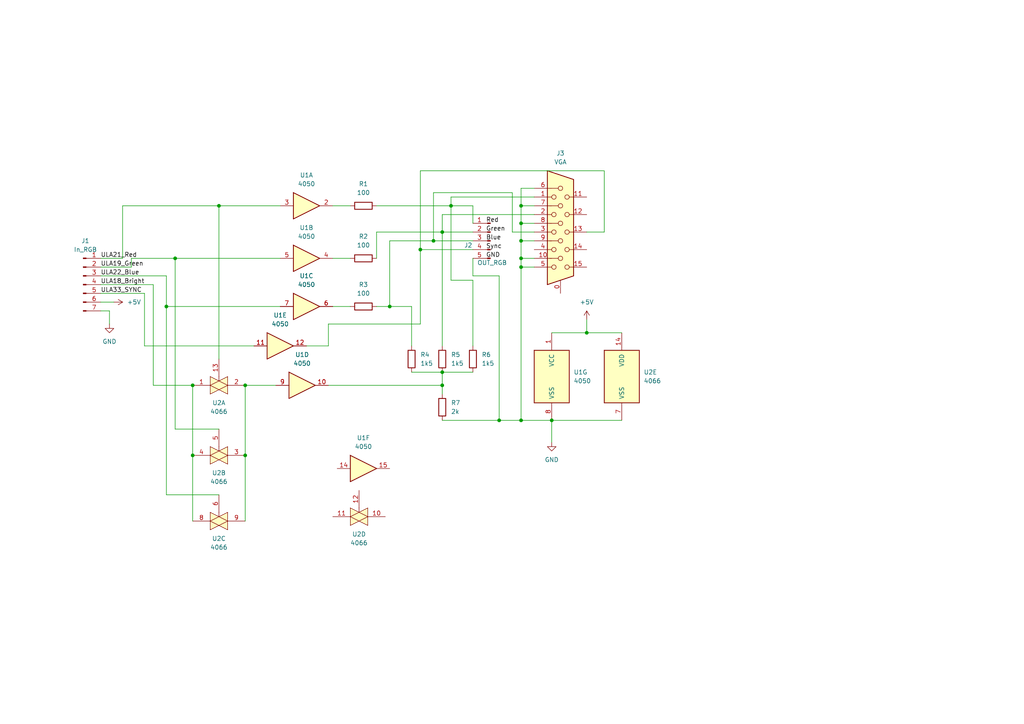
<source format=kicad_sch>
(kicad_sch (version 20211123) (generator eeschema)

  (uuid e63e39d7-6ac0-4ffd-8aa3-1841a4541b55)

  (paper "A4")

  (lib_symbols
    (symbol "4xxx:4050" (pin_names (offset 1.016)) (in_bom yes) (on_board yes)
      (property "Reference" "U" (id 0) (at 0 1.27 0)
        (effects (font (size 1.27 1.27)))
      )
      (property "Value" "4050" (id 1) (at 0 -1.27 0)
        (effects (font (size 1.27 1.27)))
      )
      (property "Footprint" "" (id 2) (at 0 0 0)
        (effects (font (size 1.27 1.27)) hide)
      )
      (property "Datasheet" "http://www.intersil.com/content/dam/intersil/documents/cd40/cd4050bms.pdf" (id 3) (at 0 0 0)
        (effects (font (size 1.27 1.27)) hide)
      )
      (property "ki_locked" "" (id 4) (at 0 0 0)
        (effects (font (size 1.27 1.27)))
      )
      (property "ki_keywords" "CMOS BUFFER" (id 5) (at 0 0 0)
        (effects (font (size 1.27 1.27)) hide)
      )
      (property "ki_description" "Hex Buffer" (id 6) (at 0 0 0)
        (effects (font (size 1.27 1.27)) hide)
      )
      (property "ki_fp_filters" "DIP?16*" (id 7) (at 0 0 0)
        (effects (font (size 1.27 1.27)) hide)
      )
      (symbol "4050_1_0"
        (polyline
          (pts
            (xy -3.81 3.81)
            (xy -3.81 -3.81)
            (xy 3.81 0)
            (xy -3.81 3.81)
          )
          (stroke (width 0.254) (type default) (color 0 0 0 0))
          (fill (type background))
        )
        (pin output line (at 7.62 0 180) (length 3.81)
          (name "~" (effects (font (size 1.27 1.27))))
          (number "2" (effects (font (size 1.27 1.27))))
        )
        (pin input line (at -7.62 0 0) (length 3.81)
          (name "~" (effects (font (size 1.27 1.27))))
          (number "3" (effects (font (size 1.27 1.27))))
        )
      )
      (symbol "4050_2_0"
        (polyline
          (pts
            (xy -3.81 3.81)
            (xy -3.81 -3.81)
            (xy 3.81 0)
            (xy -3.81 3.81)
          )
          (stroke (width 0.254) (type default) (color 0 0 0 0))
          (fill (type background))
        )
        (pin output line (at 7.62 0 180) (length 3.81)
          (name "~" (effects (font (size 1.27 1.27))))
          (number "4" (effects (font (size 1.27 1.27))))
        )
        (pin input line (at -7.62 0 0) (length 3.81)
          (name "~" (effects (font (size 1.27 1.27))))
          (number "5" (effects (font (size 1.27 1.27))))
        )
      )
      (symbol "4050_3_0"
        (polyline
          (pts
            (xy -3.81 3.81)
            (xy -3.81 -3.81)
            (xy 3.81 0)
            (xy -3.81 3.81)
          )
          (stroke (width 0.254) (type default) (color 0 0 0 0))
          (fill (type background))
        )
        (pin output line (at 7.62 0 180) (length 3.81)
          (name "~" (effects (font (size 1.27 1.27))))
          (number "6" (effects (font (size 1.27 1.27))))
        )
        (pin input line (at -7.62 0 0) (length 3.81)
          (name "~" (effects (font (size 1.27 1.27))))
          (number "7" (effects (font (size 1.27 1.27))))
        )
      )
      (symbol "4050_4_0"
        (polyline
          (pts
            (xy -3.81 3.81)
            (xy -3.81 -3.81)
            (xy 3.81 0)
            (xy -3.81 3.81)
          )
          (stroke (width 0.254) (type default) (color 0 0 0 0))
          (fill (type background))
        )
        (pin output line (at 7.62 0 180) (length 3.81)
          (name "~" (effects (font (size 1.27 1.27))))
          (number "10" (effects (font (size 1.27 1.27))))
        )
        (pin input line (at -7.62 0 0) (length 3.81)
          (name "~" (effects (font (size 1.27 1.27))))
          (number "9" (effects (font (size 1.27 1.27))))
        )
      )
      (symbol "4050_5_0"
        (polyline
          (pts
            (xy -3.81 3.81)
            (xy -3.81 -3.81)
            (xy 3.81 0)
            (xy -3.81 3.81)
          )
          (stroke (width 0.254) (type default) (color 0 0 0 0))
          (fill (type background))
        )
        (pin input line (at -7.62 0 0) (length 3.81)
          (name "~" (effects (font (size 1.27 1.27))))
          (number "11" (effects (font (size 1.27 1.27))))
        )
        (pin output line (at 7.62 0 180) (length 3.81)
          (name "~" (effects (font (size 1.27 1.27))))
          (number "12" (effects (font (size 1.27 1.27))))
        )
      )
      (symbol "4050_6_0"
        (polyline
          (pts
            (xy -3.81 3.81)
            (xy -3.81 -3.81)
            (xy 3.81 0)
            (xy -3.81 3.81)
          )
          (stroke (width 0.254) (type default) (color 0 0 0 0))
          (fill (type background))
        )
        (pin input line (at -7.62 0 0) (length 3.81)
          (name "~" (effects (font (size 1.27 1.27))))
          (number "14" (effects (font (size 1.27 1.27))))
        )
        (pin output line (at 7.62 0 180) (length 3.81)
          (name "~" (effects (font (size 1.27 1.27))))
          (number "15" (effects (font (size 1.27 1.27))))
        )
      )
      (symbol "4050_7_0"
        (pin power_in line (at 0 12.7 270) (length 5.08)
          (name "VCC" (effects (font (size 1.27 1.27))))
          (number "1" (effects (font (size 1.27 1.27))))
        )
        (pin power_in line (at 0 -12.7 90) (length 5.08)
          (name "VSS" (effects (font (size 1.27 1.27))))
          (number "8" (effects (font (size 1.27 1.27))))
        )
      )
      (symbol "4050_7_1"
        (rectangle (start -5.08 7.62) (end 5.08 -7.62)
          (stroke (width 0.254) (type default) (color 0 0 0 0))
          (fill (type background))
        )
      )
    )
    (symbol "4xxx:4066" (pin_names (offset 1.016)) (in_bom yes) (on_board yes)
      (property "Reference" "U" (id 0) (at -7.62 8.89 0)
        (effects (font (size 1.27 1.27)))
      )
      (property "Value" "4066" (id 1) (at -7.62 -8.89 0)
        (effects (font (size 1.27 1.27)))
      )
      (property "Footprint" "" (id 2) (at 0 0 0)
        (effects (font (size 1.27 1.27)) hide)
      )
      (property "Datasheet" "http://www.ti.com/lit/ds/symlink/cd4066b.pdf" (id 3) (at 0 0 0)
        (effects (font (size 1.27 1.27)) hide)
      )
      (property "ki_locked" "" (id 4) (at 0 0 0)
        (effects (font (size 1.27 1.27)))
      )
      (property "ki_keywords" "CMOS SWITCH" (id 5) (at 0 0 0)
        (effects (font (size 1.27 1.27)) hide)
      )
      (property "ki_description" "Quad Analog Switches" (id 6) (at 0 0 0)
        (effects (font (size 1.27 1.27)) hide)
      )
      (property "ki_fp_filters" "DIP?14*" (id 7) (at 0 0 0)
        (effects (font (size 1.27 1.27)) hide)
      )
      (symbol "4066_1_0"
        (polyline
          (pts
            (xy 0 1.27)
            (xy 0 2.54)
          )
          (stroke (width 0.1524) (type default) (color 0 0 0 0))
          (fill (type none))
        )
        (polyline
          (pts
            (xy -2.54 0)
            (xy 2.54 2.54)
            (xy 2.54 -2.54)
            (xy -2.54 0)
          )
          (stroke (width 0) (type default) (color 0 0 0 0))
          (fill (type background))
        )
        (polyline
          (pts
            (xy -2.54 2.54)
            (xy 2.54 0)
            (xy -2.54 -2.54)
            (xy -2.54 2.54)
          )
          (stroke (width 0) (type default) (color 0 0 0 0))
          (fill (type background))
        )
        (pin passive line (at -7.62 0 0) (length 5.08)
          (name "~" (effects (font (size 1.27 1.27))))
          (number "1" (effects (font (size 1.27 1.27))))
        )
        (pin input line (at 0 7.62 270) (length 5.08)
          (name "~" (effects (font (size 1.27 1.27))))
          (number "13" (effects (font (size 1.27 1.27))))
        )
        (pin passive line (at 7.62 0 180) (length 5.08)
          (name "~" (effects (font (size 1.27 1.27))))
          (number "2" (effects (font (size 1.27 1.27))))
        )
      )
      (symbol "4066_2_0"
        (polyline
          (pts
            (xy 0 1.27)
            (xy 0 2.54)
          )
          (stroke (width 0.1524) (type default) (color 0 0 0 0))
          (fill (type none))
        )
        (polyline
          (pts
            (xy -2.54 0)
            (xy 2.54 2.54)
            (xy 2.54 -2.54)
            (xy -2.54 0)
          )
          (stroke (width 0) (type default) (color 0 0 0 0))
          (fill (type background))
        )
        (polyline
          (pts
            (xy -2.54 2.54)
            (xy 2.54 0)
            (xy -2.54 -2.54)
            (xy -2.54 2.54)
          )
          (stroke (width 0) (type default) (color 0 0 0 0))
          (fill (type background))
        )
        (pin passive line (at 7.62 0 180) (length 5.08)
          (name "~" (effects (font (size 1.27 1.27))))
          (number "3" (effects (font (size 1.27 1.27))))
        )
        (pin passive line (at -7.62 0 0) (length 5.08)
          (name "~" (effects (font (size 1.27 1.27))))
          (number "4" (effects (font (size 1.27 1.27))))
        )
        (pin input line (at 0 7.62 270) (length 5.08)
          (name "~" (effects (font (size 1.27 1.27))))
          (number "5" (effects (font (size 1.27 1.27))))
        )
      )
      (symbol "4066_3_0"
        (polyline
          (pts
            (xy 0 1.27)
            (xy 0 2.54)
          )
          (stroke (width 0.1524) (type default) (color 0 0 0 0))
          (fill (type none))
        )
        (polyline
          (pts
            (xy -2.54 0)
            (xy 2.54 2.54)
            (xy 2.54 -2.54)
            (xy -2.54 0)
          )
          (stroke (width 0) (type default) (color 0 0 0 0))
          (fill (type background))
        )
        (polyline
          (pts
            (xy -2.54 2.54)
            (xy 2.54 0)
            (xy -2.54 -2.54)
            (xy -2.54 2.54)
          )
          (stroke (width 0) (type default) (color 0 0 0 0))
          (fill (type background))
        )
        (pin input line (at 0 7.62 270) (length 5.08)
          (name "~" (effects (font (size 1.27 1.27))))
          (number "6" (effects (font (size 1.27 1.27))))
        )
        (pin passive line (at -7.62 0 0) (length 5.08)
          (name "~" (effects (font (size 1.27 1.27))))
          (number "8" (effects (font (size 1.27 1.27))))
        )
        (pin passive line (at 7.62 0 180) (length 5.08)
          (name "~" (effects (font (size 1.27 1.27))))
          (number "9" (effects (font (size 1.27 1.27))))
        )
      )
      (symbol "4066_4_0"
        (polyline
          (pts
            (xy 0 1.27)
            (xy 0 2.54)
          )
          (stroke (width 0.1524) (type default) (color 0 0 0 0))
          (fill (type none))
        )
        (polyline
          (pts
            (xy -2.54 0)
            (xy 2.54 2.54)
            (xy 2.54 -2.54)
            (xy -2.54 0)
          )
          (stroke (width 0) (type default) (color 0 0 0 0))
          (fill (type background))
        )
        (polyline
          (pts
            (xy -2.54 2.54)
            (xy 2.54 0)
            (xy -2.54 -2.54)
            (xy -2.54 2.54)
          )
          (stroke (width 0) (type default) (color 0 0 0 0))
          (fill (type background))
        )
        (pin passive line (at 7.62 0 180) (length 5.08)
          (name "~" (effects (font (size 1.27 1.27))))
          (number "10" (effects (font (size 1.27 1.27))))
        )
        (pin passive line (at -7.62 0 0) (length 5.08)
          (name "~" (effects (font (size 1.27 1.27))))
          (number "11" (effects (font (size 1.27 1.27))))
        )
        (pin input line (at 0 7.62 270) (length 5.08)
          (name "~" (effects (font (size 1.27 1.27))))
          (number "12" (effects (font (size 1.27 1.27))))
        )
      )
      (symbol "4066_5_0"
        (pin power_in line (at 0 12.7 270) (length 5.08)
          (name "VDD" (effects (font (size 1.27 1.27))))
          (number "14" (effects (font (size 1.27 1.27))))
        )
        (pin power_in line (at 0 -12.7 90) (length 5.08)
          (name "VSS" (effects (font (size 1.27 1.27))))
          (number "7" (effects (font (size 1.27 1.27))))
        )
      )
      (symbol "4066_5_1"
        (rectangle (start -5.08 7.62) (end 5.08 -7.62)
          (stroke (width 0.254) (type default) (color 0 0 0 0))
          (fill (type background))
        )
      )
    )
    (symbol "Connector:Conn_01x05_Male" (pin_names (offset 1.016) hide) (in_bom yes) (on_board yes)
      (property "Reference" "J" (id 0) (at 0 7.62 0)
        (effects (font (size 1.27 1.27)))
      )
      (property "Value" "Conn_01x05_Male" (id 1) (at 0 -7.62 0)
        (effects (font (size 1.27 1.27)))
      )
      (property "Footprint" "" (id 2) (at 0 0 0)
        (effects (font (size 1.27 1.27)) hide)
      )
      (property "Datasheet" "~" (id 3) (at 0 0 0)
        (effects (font (size 1.27 1.27)) hide)
      )
      (property "ki_keywords" "connector" (id 4) (at 0 0 0)
        (effects (font (size 1.27 1.27)) hide)
      )
      (property "ki_description" "Generic connector, single row, 01x05, script generated (kicad-library-utils/schlib/autogen/connector/)" (id 5) (at 0 0 0)
        (effects (font (size 1.27 1.27)) hide)
      )
      (property "ki_fp_filters" "Connector*:*_1x??_*" (id 6) (at 0 0 0)
        (effects (font (size 1.27 1.27)) hide)
      )
      (symbol "Conn_01x05_Male_1_1"
        (polyline
          (pts
            (xy 1.27 -5.08)
            (xy 0.8636 -5.08)
          )
          (stroke (width 0.1524) (type default) (color 0 0 0 0))
          (fill (type none))
        )
        (polyline
          (pts
            (xy 1.27 -2.54)
            (xy 0.8636 -2.54)
          )
          (stroke (width 0.1524) (type default) (color 0 0 0 0))
          (fill (type none))
        )
        (polyline
          (pts
            (xy 1.27 0)
            (xy 0.8636 0)
          )
          (stroke (width 0.1524) (type default) (color 0 0 0 0))
          (fill (type none))
        )
        (polyline
          (pts
            (xy 1.27 2.54)
            (xy 0.8636 2.54)
          )
          (stroke (width 0.1524) (type default) (color 0 0 0 0))
          (fill (type none))
        )
        (polyline
          (pts
            (xy 1.27 5.08)
            (xy 0.8636 5.08)
          )
          (stroke (width 0.1524) (type default) (color 0 0 0 0))
          (fill (type none))
        )
        (rectangle (start 0.8636 -4.953) (end 0 -5.207)
          (stroke (width 0.1524) (type default) (color 0 0 0 0))
          (fill (type outline))
        )
        (rectangle (start 0.8636 -2.413) (end 0 -2.667)
          (stroke (width 0.1524) (type default) (color 0 0 0 0))
          (fill (type outline))
        )
        (rectangle (start 0.8636 0.127) (end 0 -0.127)
          (stroke (width 0.1524) (type default) (color 0 0 0 0))
          (fill (type outline))
        )
        (rectangle (start 0.8636 2.667) (end 0 2.413)
          (stroke (width 0.1524) (type default) (color 0 0 0 0))
          (fill (type outline))
        )
        (rectangle (start 0.8636 5.207) (end 0 4.953)
          (stroke (width 0.1524) (type default) (color 0 0 0 0))
          (fill (type outline))
        )
        (pin passive line (at 5.08 5.08 180) (length 3.81)
          (name "Pin_1" (effects (font (size 1.27 1.27))))
          (number "1" (effects (font (size 1.27 1.27))))
        )
        (pin passive line (at 5.08 2.54 180) (length 3.81)
          (name "Pin_2" (effects (font (size 1.27 1.27))))
          (number "2" (effects (font (size 1.27 1.27))))
        )
        (pin passive line (at 5.08 0 180) (length 3.81)
          (name "Pin_3" (effects (font (size 1.27 1.27))))
          (number "3" (effects (font (size 1.27 1.27))))
        )
        (pin passive line (at 5.08 -2.54 180) (length 3.81)
          (name "Pin_4" (effects (font (size 1.27 1.27))))
          (number "4" (effects (font (size 1.27 1.27))))
        )
        (pin passive line (at 5.08 -5.08 180) (length 3.81)
          (name "Pin_5" (effects (font (size 1.27 1.27))))
          (number "5" (effects (font (size 1.27 1.27))))
        )
      )
    )
    (symbol "Connector:Conn_01x07_Male" (pin_names (offset 1.016) hide) (in_bom yes) (on_board yes)
      (property "Reference" "J" (id 0) (at 0 10.16 0)
        (effects (font (size 1.27 1.27)))
      )
      (property "Value" "Conn_01x07_Male" (id 1) (at 0 -10.16 0)
        (effects (font (size 1.27 1.27)))
      )
      (property "Footprint" "" (id 2) (at 0 0 0)
        (effects (font (size 1.27 1.27)) hide)
      )
      (property "Datasheet" "~" (id 3) (at 0 0 0)
        (effects (font (size 1.27 1.27)) hide)
      )
      (property "ki_keywords" "connector" (id 4) (at 0 0 0)
        (effects (font (size 1.27 1.27)) hide)
      )
      (property "ki_description" "Generic connector, single row, 01x07, script generated (kicad-library-utils/schlib/autogen/connector/)" (id 5) (at 0 0 0)
        (effects (font (size 1.27 1.27)) hide)
      )
      (property "ki_fp_filters" "Connector*:*_1x??_*" (id 6) (at 0 0 0)
        (effects (font (size 1.27 1.27)) hide)
      )
      (symbol "Conn_01x07_Male_1_1"
        (polyline
          (pts
            (xy 1.27 -7.62)
            (xy 0.8636 -7.62)
          )
          (stroke (width 0.1524) (type default) (color 0 0 0 0))
          (fill (type none))
        )
        (polyline
          (pts
            (xy 1.27 -5.08)
            (xy 0.8636 -5.08)
          )
          (stroke (width 0.1524) (type default) (color 0 0 0 0))
          (fill (type none))
        )
        (polyline
          (pts
            (xy 1.27 -2.54)
            (xy 0.8636 -2.54)
          )
          (stroke (width 0.1524) (type default) (color 0 0 0 0))
          (fill (type none))
        )
        (polyline
          (pts
            (xy 1.27 0)
            (xy 0.8636 0)
          )
          (stroke (width 0.1524) (type default) (color 0 0 0 0))
          (fill (type none))
        )
        (polyline
          (pts
            (xy 1.27 2.54)
            (xy 0.8636 2.54)
          )
          (stroke (width 0.1524) (type default) (color 0 0 0 0))
          (fill (type none))
        )
        (polyline
          (pts
            (xy 1.27 5.08)
            (xy 0.8636 5.08)
          )
          (stroke (width 0.1524) (type default) (color 0 0 0 0))
          (fill (type none))
        )
        (polyline
          (pts
            (xy 1.27 7.62)
            (xy 0.8636 7.62)
          )
          (stroke (width 0.1524) (type default) (color 0 0 0 0))
          (fill (type none))
        )
        (rectangle (start 0.8636 -7.493) (end 0 -7.747)
          (stroke (width 0.1524) (type default) (color 0 0 0 0))
          (fill (type outline))
        )
        (rectangle (start 0.8636 -4.953) (end 0 -5.207)
          (stroke (width 0.1524) (type default) (color 0 0 0 0))
          (fill (type outline))
        )
        (rectangle (start 0.8636 -2.413) (end 0 -2.667)
          (stroke (width 0.1524) (type default) (color 0 0 0 0))
          (fill (type outline))
        )
        (rectangle (start 0.8636 0.127) (end 0 -0.127)
          (stroke (width 0.1524) (type default) (color 0 0 0 0))
          (fill (type outline))
        )
        (rectangle (start 0.8636 2.667) (end 0 2.413)
          (stroke (width 0.1524) (type default) (color 0 0 0 0))
          (fill (type outline))
        )
        (rectangle (start 0.8636 5.207) (end 0 4.953)
          (stroke (width 0.1524) (type default) (color 0 0 0 0))
          (fill (type outline))
        )
        (rectangle (start 0.8636 7.747) (end 0 7.493)
          (stroke (width 0.1524) (type default) (color 0 0 0 0))
          (fill (type outline))
        )
        (pin passive line (at 5.08 7.62 180) (length 3.81)
          (name "Pin_1" (effects (font (size 1.27 1.27))))
          (number "1" (effects (font (size 1.27 1.27))))
        )
        (pin passive line (at 5.08 5.08 180) (length 3.81)
          (name "Pin_2" (effects (font (size 1.27 1.27))))
          (number "2" (effects (font (size 1.27 1.27))))
        )
        (pin passive line (at 5.08 2.54 180) (length 3.81)
          (name "Pin_3" (effects (font (size 1.27 1.27))))
          (number "3" (effects (font (size 1.27 1.27))))
        )
        (pin passive line (at 5.08 0 180) (length 3.81)
          (name "Pin_4" (effects (font (size 1.27 1.27))))
          (number "4" (effects (font (size 1.27 1.27))))
        )
        (pin passive line (at 5.08 -2.54 180) (length 3.81)
          (name "Pin_5" (effects (font (size 1.27 1.27))))
          (number "5" (effects (font (size 1.27 1.27))))
        )
        (pin passive line (at 5.08 -5.08 180) (length 3.81)
          (name "Pin_6" (effects (font (size 1.27 1.27))))
          (number "6" (effects (font (size 1.27 1.27))))
        )
        (pin passive line (at 5.08 -7.62 180) (length 3.81)
          (name "Pin_7" (effects (font (size 1.27 1.27))))
          (number "7" (effects (font (size 1.27 1.27))))
        )
      )
    )
    (symbol "Connector:DB15_Female_HighDensity_MountingHoles" (pin_names (offset 1.016) hide) (in_bom yes) (on_board yes)
      (property "Reference" "J" (id 0) (at 0 21.59 0)
        (effects (font (size 1.27 1.27)))
      )
      (property "Value" "DB15_Female_HighDensity_MountingHoles" (id 1) (at 0 19.05 0)
        (effects (font (size 1.27 1.27)))
      )
      (property "Footprint" "" (id 2) (at -24.13 10.16 0)
        (effects (font (size 1.27 1.27)) hide)
      )
      (property "Datasheet" " ~" (id 3) (at -24.13 10.16 0)
        (effects (font (size 1.27 1.27)) hide)
      )
      (property "ki_keywords" "connector db15 female D-SUB VGA" (id 4) (at 0 0 0)
        (effects (font (size 1.27 1.27)) hide)
      )
      (property "ki_description" "15-pin female D-SUB connector, High density (3 columns), Triple Row, Generic, VGA-connector, Mounting Hole" (id 5) (at 0 0 0)
        (effects (font (size 1.27 1.27)) hide)
      )
      (property "ki_fp_filters" "DSUB*Female*" (id 6) (at 0 0 0)
        (effects (font (size 1.27 1.27)) hide)
      )
      (symbol "DB15_Female_HighDensity_MountingHoles_0_1"
        (circle (center -1.905 -10.16) (radius 0.635)
          (stroke (width 0) (type default) (color 0 0 0 0))
          (fill (type none))
        )
        (circle (center -1.905 -5.08) (radius 0.635)
          (stroke (width 0) (type default) (color 0 0 0 0))
          (fill (type none))
        )
        (circle (center -1.905 0) (radius 0.635)
          (stroke (width 0) (type default) (color 0 0 0 0))
          (fill (type none))
        )
        (circle (center -1.905 5.08) (radius 0.635)
          (stroke (width 0) (type default) (color 0 0 0 0))
          (fill (type none))
        )
        (circle (center -1.905 10.16) (radius 0.635)
          (stroke (width 0) (type default) (color 0 0 0 0))
          (fill (type none))
        )
        (circle (center 0 -7.62) (radius 0.635)
          (stroke (width 0) (type default) (color 0 0 0 0))
          (fill (type none))
        )
        (circle (center 0 -2.54) (radius 0.635)
          (stroke (width 0) (type default) (color 0 0 0 0))
          (fill (type none))
        )
        (polyline
          (pts
            (xy -3.175 7.62)
            (xy -0.635 7.62)
          )
          (stroke (width 0) (type default) (color 0 0 0 0))
          (fill (type none))
        )
        (polyline
          (pts
            (xy -0.635 -7.62)
            (xy -3.175 -7.62)
          )
          (stroke (width 0) (type default) (color 0 0 0 0))
          (fill (type none))
        )
        (polyline
          (pts
            (xy -0.635 -2.54)
            (xy -3.175 -2.54)
          )
          (stroke (width 0) (type default) (color 0 0 0 0))
          (fill (type none))
        )
        (polyline
          (pts
            (xy -0.635 2.54)
            (xy -3.175 2.54)
          )
          (stroke (width 0) (type default) (color 0 0 0 0))
          (fill (type none))
        )
        (polyline
          (pts
            (xy -0.635 12.7)
            (xy -3.175 12.7)
          )
          (stroke (width 0) (type default) (color 0 0 0 0))
          (fill (type none))
        )
        (polyline
          (pts
            (xy -3.81 17.78)
            (xy -3.81 -15.24)
            (xy 3.81 -12.7)
            (xy 3.81 15.24)
            (xy -3.81 17.78)
          )
          (stroke (width 0.254) (type default) (color 0 0 0 0))
          (fill (type background))
        )
        (circle (center 0 2.54) (radius 0.635)
          (stroke (width 0) (type default) (color 0 0 0 0))
          (fill (type none))
        )
        (circle (center 0 7.62) (radius 0.635)
          (stroke (width 0) (type default) (color 0 0 0 0))
          (fill (type none))
        )
        (circle (center 0 12.7) (radius 0.635)
          (stroke (width 0) (type default) (color 0 0 0 0))
          (fill (type none))
        )
        (circle (center 1.905 -10.16) (radius 0.635)
          (stroke (width 0) (type default) (color 0 0 0 0))
          (fill (type none))
        )
        (circle (center 1.905 -5.08) (radius 0.635)
          (stroke (width 0) (type default) (color 0 0 0 0))
          (fill (type none))
        )
        (circle (center 1.905 0) (radius 0.635)
          (stroke (width 0) (type default) (color 0 0 0 0))
          (fill (type none))
        )
        (circle (center 1.905 5.08) (radius 0.635)
          (stroke (width 0) (type default) (color 0 0 0 0))
          (fill (type none))
        )
        (circle (center 1.905 10.16) (radius 0.635)
          (stroke (width 0) (type default) (color 0 0 0 0))
          (fill (type none))
        )
      )
      (symbol "DB15_Female_HighDensity_MountingHoles_1_1"
        (pin passive line (at 0 -17.78 90) (length 3.81)
          (name "~" (effects (font (size 1.27 1.27))))
          (number "0" (effects (font (size 1.27 1.27))))
        )
        (pin passive line (at -7.62 10.16 0) (length 5.08)
          (name "~" (effects (font (size 1.27 1.27))))
          (number "1" (effects (font (size 1.27 1.27))))
        )
        (pin passive line (at -7.62 -7.62 0) (length 5.08)
          (name "~" (effects (font (size 1.27 1.27))))
          (number "10" (effects (font (size 1.27 1.27))))
        )
        (pin passive line (at 7.62 10.16 180) (length 5.08)
          (name "~" (effects (font (size 1.27 1.27))))
          (number "11" (effects (font (size 1.27 1.27))))
        )
        (pin passive line (at 7.62 5.08 180) (length 5.08)
          (name "~" (effects (font (size 1.27 1.27))))
          (number "12" (effects (font (size 1.27 1.27))))
        )
        (pin passive line (at 7.62 0 180) (length 5.08)
          (name "~" (effects (font (size 1.27 1.27))))
          (number "13" (effects (font (size 1.27 1.27))))
        )
        (pin passive line (at 7.62 -5.08 180) (length 5.08)
          (name "~" (effects (font (size 1.27 1.27))))
          (number "14" (effects (font (size 1.27 1.27))))
        )
        (pin passive line (at 7.62 -10.16 180) (length 5.08)
          (name "~" (effects (font (size 1.27 1.27))))
          (number "15" (effects (font (size 1.27 1.27))))
        )
        (pin passive line (at -7.62 5.08 0) (length 5.08)
          (name "~" (effects (font (size 1.27 1.27))))
          (number "2" (effects (font (size 1.27 1.27))))
        )
        (pin passive line (at -7.62 0 0) (length 5.08)
          (name "~" (effects (font (size 1.27 1.27))))
          (number "3" (effects (font (size 1.27 1.27))))
        )
        (pin passive line (at -7.62 -5.08 0) (length 5.08)
          (name "~" (effects (font (size 1.27 1.27))))
          (number "4" (effects (font (size 1.27 1.27))))
        )
        (pin passive line (at -7.62 -10.16 0) (length 5.08)
          (name "~" (effects (font (size 1.27 1.27))))
          (number "5" (effects (font (size 1.27 1.27))))
        )
        (pin passive line (at -7.62 12.7 0) (length 5.08)
          (name "~" (effects (font (size 1.27 1.27))))
          (number "6" (effects (font (size 1.27 1.27))))
        )
        (pin passive line (at -7.62 7.62 0) (length 5.08)
          (name "~" (effects (font (size 1.27 1.27))))
          (number "7" (effects (font (size 1.27 1.27))))
        )
        (pin passive line (at -7.62 2.54 0) (length 5.08)
          (name "~" (effects (font (size 1.27 1.27))))
          (number "8" (effects (font (size 1.27 1.27))))
        )
        (pin passive line (at -7.62 -2.54 0) (length 5.08)
          (name "~" (effects (font (size 1.27 1.27))))
          (number "9" (effects (font (size 1.27 1.27))))
        )
      )
    )
    (symbol "Device:R" (pin_numbers hide) (pin_names (offset 0)) (in_bom yes) (on_board yes)
      (property "Reference" "R" (id 0) (at 2.032 0 90)
        (effects (font (size 1.27 1.27)))
      )
      (property "Value" "R" (id 1) (at 0 0 90)
        (effects (font (size 1.27 1.27)))
      )
      (property "Footprint" "" (id 2) (at -1.778 0 90)
        (effects (font (size 1.27 1.27)) hide)
      )
      (property "Datasheet" "~" (id 3) (at 0 0 0)
        (effects (font (size 1.27 1.27)) hide)
      )
      (property "ki_keywords" "R res resistor" (id 4) (at 0 0 0)
        (effects (font (size 1.27 1.27)) hide)
      )
      (property "ki_description" "Resistor" (id 5) (at 0 0 0)
        (effects (font (size 1.27 1.27)) hide)
      )
      (property "ki_fp_filters" "R_*" (id 6) (at 0 0 0)
        (effects (font (size 1.27 1.27)) hide)
      )
      (symbol "R_0_1"
        (rectangle (start -1.016 -2.54) (end 1.016 2.54)
          (stroke (width 0.254) (type default) (color 0 0 0 0))
          (fill (type none))
        )
      )
      (symbol "R_1_1"
        (pin passive line (at 0 3.81 270) (length 1.27)
          (name "~" (effects (font (size 1.27 1.27))))
          (number "1" (effects (font (size 1.27 1.27))))
        )
        (pin passive line (at 0 -3.81 90) (length 1.27)
          (name "~" (effects (font (size 1.27 1.27))))
          (number "2" (effects (font (size 1.27 1.27))))
        )
      )
    )
    (symbol "power:+5V" (power) (pin_names (offset 0)) (in_bom yes) (on_board yes)
      (property "Reference" "#PWR" (id 0) (at 0 -3.81 0)
        (effects (font (size 1.27 1.27)) hide)
      )
      (property "Value" "+5V" (id 1) (at 0 3.556 0)
        (effects (font (size 1.27 1.27)))
      )
      (property "Footprint" "" (id 2) (at 0 0 0)
        (effects (font (size 1.27 1.27)) hide)
      )
      (property "Datasheet" "" (id 3) (at 0 0 0)
        (effects (font (size 1.27 1.27)) hide)
      )
      (property "ki_keywords" "power-flag" (id 4) (at 0 0 0)
        (effects (font (size 1.27 1.27)) hide)
      )
      (property "ki_description" "Power symbol creates a global label with name \"+5V\"" (id 5) (at 0 0 0)
        (effects (font (size 1.27 1.27)) hide)
      )
      (symbol "+5V_0_1"
        (polyline
          (pts
            (xy -0.762 1.27)
            (xy 0 2.54)
          )
          (stroke (width 0) (type default) (color 0 0 0 0))
          (fill (type none))
        )
        (polyline
          (pts
            (xy 0 0)
            (xy 0 2.54)
          )
          (stroke (width 0) (type default) (color 0 0 0 0))
          (fill (type none))
        )
        (polyline
          (pts
            (xy 0 2.54)
            (xy 0.762 1.27)
          )
          (stroke (width 0) (type default) (color 0 0 0 0))
          (fill (type none))
        )
      )
      (symbol "+5V_1_1"
        (pin power_in line (at 0 0 90) (length 0) hide
          (name "+5V" (effects (font (size 1.27 1.27))))
          (number "1" (effects (font (size 1.27 1.27))))
        )
      )
    )
    (symbol "power:GND" (power) (pin_names (offset 0)) (in_bom yes) (on_board yes)
      (property "Reference" "#PWR" (id 0) (at 0 -6.35 0)
        (effects (font (size 1.27 1.27)) hide)
      )
      (property "Value" "GND" (id 1) (at 0 -3.81 0)
        (effects (font (size 1.27 1.27)))
      )
      (property "Footprint" "" (id 2) (at 0 0 0)
        (effects (font (size 1.27 1.27)) hide)
      )
      (property "Datasheet" "" (id 3) (at 0 0 0)
        (effects (font (size 1.27 1.27)) hide)
      )
      (property "ki_keywords" "power-flag" (id 4) (at 0 0 0)
        (effects (font (size 1.27 1.27)) hide)
      )
      (property "ki_description" "Power symbol creates a global label with name \"GND\" , ground" (id 5) (at 0 0 0)
        (effects (font (size 1.27 1.27)) hide)
      )
      (symbol "GND_0_1"
        (polyline
          (pts
            (xy 0 0)
            (xy 0 -1.27)
            (xy 1.27 -1.27)
            (xy 0 -2.54)
            (xy -1.27 -1.27)
            (xy 0 -1.27)
          )
          (stroke (width 0) (type default) (color 0 0 0 0))
          (fill (type none))
        )
      )
      (symbol "GND_1_1"
        (pin power_in line (at 0 0 270) (length 0) hide
          (name "GND" (effects (font (size 1.27 1.27))))
          (number "1" (effects (font (size 1.27 1.27))))
        )
      )
    )
  )


  (junction (at 121.92 72.39) (diameter 0) (color 0 0 0 0)
    (uuid 17cb6b91-123b-4591-9c9b-3d1abe2e5446)
  )
  (junction (at 55.88 132.08) (diameter 0) (color 0 0 0 0)
    (uuid 18666c73-57e4-49c3-944e-99188497f4ee)
  )
  (junction (at 170.18 96.52) (diameter 0) (color 0 0 0 0)
    (uuid 1deecc28-2f3a-4adc-8b1d-7ffbd6ac2b8b)
  )
  (junction (at 151.13 64.77) (diameter 0) (color 0 0 0 0)
    (uuid 2ab707b4-1285-4742-b112-760a07264200)
  )
  (junction (at 63.5 59.69) (diameter 0) (color 0 0 0 0)
    (uuid 2e4751b3-228d-488c-9cb2-43fccbb0ada5)
  )
  (junction (at 125.73 69.85) (diameter 0) (color 0 0 0 0)
    (uuid 3b6c0757-a8a0-4d22-a9ad-de1543449d7c)
  )
  (junction (at 130.81 59.69) (diameter 0) (color 0 0 0 0)
    (uuid 4845fe08-9e4a-44c6-a81b-36e0664ebd8e)
  )
  (junction (at 71.12 132.08) (diameter 0) (color 0 0 0 0)
    (uuid 4bf284df-bfa3-4fd0-948c-9a9a5d453a6c)
  )
  (junction (at 151.13 121.92) (diameter 0) (color 0 0 0 0)
    (uuid 518c2b70-4641-4f5a-b723-e8e9ce4a62e9)
  )
  (junction (at 160.02 121.92) (diameter 0) (color 0 0 0 0)
    (uuid 54503b24-6176-4039-a70d-9efecd35ce25)
  )
  (junction (at 48.26 88.9) (diameter 0) (color 0 0 0 0)
    (uuid 59998902-3750-4a6a-899b-fc3652098b65)
  )
  (junction (at 151.13 77.47) (diameter 0) (color 0 0 0 0)
    (uuid 6df50ac7-82c3-4666-8e2a-e879a7b3c171)
  )
  (junction (at 128.27 67.31) (diameter 0) (color 0 0 0 0)
    (uuid 86dbbdeb-3ea2-45fd-ab30-8c03b3544587)
  )
  (junction (at 55.88 111.76) (diameter 0) (color 0 0 0 0)
    (uuid 876ab166-f355-4142-90c1-55eb8a6d3709)
  )
  (junction (at 71.12 111.76) (diameter 0) (color 0 0 0 0)
    (uuid 8ce9b18e-6256-4cd2-b3cb-d17096294a36)
  )
  (junction (at 151.13 74.93) (diameter 0) (color 0 0 0 0)
    (uuid 8e9f8a61-f9fd-4c7f-98e1-a2a7aea4cc9b)
  )
  (junction (at 128.27 111.76) (diameter 0) (color 0 0 0 0)
    (uuid 96009261-df4a-4597-9667-af9d07bc6d24)
  )
  (junction (at 144.78 121.92) (diameter 0) (color 0 0 0 0)
    (uuid 9dedfc2c-8f88-4d86-b9bb-f003a3305b58)
  )
  (junction (at 151.13 59.69) (diameter 0) (color 0 0 0 0)
    (uuid ae5bfcd3-4f51-447c-8e04-88a4b1c41583)
  )
  (junction (at 151.13 69.85) (diameter 0) (color 0 0 0 0)
    (uuid b39a8016-1273-4274-a81b-5a98d1824cb2)
  )
  (junction (at 113.03 88.9) (diameter 0) (color 0 0 0 0)
    (uuid d933705c-4efe-429c-8b51-da58cc066f88)
  )
  (junction (at 128.27 107.95) (diameter 0) (color 0 0 0 0)
    (uuid e717dd70-7752-407f-82fe-b5373d459ddd)
  )
  (junction (at 50.8 74.93) (diameter 0) (color 0 0 0 0)
    (uuid e94f305d-953d-4a5f-9532-dbf738fa6df9)
  )

  (wire (pts (xy 128.27 111.76) (xy 128.27 114.3))
    (stroke (width 0) (type default) (color 0 0 0 0))
    (uuid 0191817f-b22d-40ea-a8c6-b1d35b0c1cd7)
  )
  (wire (pts (xy 95.25 100.33) (xy 95.25 93.98))
    (stroke (width 0) (type default) (color 0 0 0 0))
    (uuid 07c8455f-fdff-4210-bf4a-6253113ddee6)
  )
  (wire (pts (xy 29.21 77.47) (xy 38.1 77.47))
    (stroke (width 0) (type default) (color 0 0 0 0))
    (uuid 088220be-4101-4859-968e-53cdd9c339f3)
  )
  (wire (pts (xy 128.27 67.31) (xy 109.22 67.31))
    (stroke (width 0) (type default) (color 0 0 0 0))
    (uuid 0b681d9f-9dbd-4077-8745-da96c4acc050)
  )
  (wire (pts (xy 96.52 88.9) (xy 101.6 88.9))
    (stroke (width 0) (type default) (color 0 0 0 0))
    (uuid 1019fbff-ff58-4e4a-b61c-41b919a4172c)
  )
  (wire (pts (xy 88.9 100.33) (xy 95.25 100.33))
    (stroke (width 0) (type default) (color 0 0 0 0))
    (uuid 18363b93-453b-47fb-9fea-a3d7ae49fdfc)
  )
  (wire (pts (xy 44.45 82.55) (xy 44.45 111.76))
    (stroke (width 0) (type default) (color 0 0 0 0))
    (uuid 1f79c178-771c-4731-a0e9-7b78619a86f2)
  )
  (wire (pts (xy 128.27 67.31) (xy 128.27 100.33))
    (stroke (width 0) (type default) (color 0 0 0 0))
    (uuid 209133ed-0a59-42ea-9782-fc97f8733874)
  )
  (wire (pts (xy 125.73 69.85) (xy 113.03 69.85))
    (stroke (width 0) (type default) (color 0 0 0 0))
    (uuid 21a119ca-bc53-4214-b674-29268321d3e8)
  )
  (wire (pts (xy 154.94 54.61) (xy 151.13 54.61))
    (stroke (width 0) (type default) (color 0 0 0 0))
    (uuid 2472d9a0-040a-4dd4-aeb1-f6e4b0403b19)
  )
  (wire (pts (xy 151.13 64.77) (xy 154.94 64.77))
    (stroke (width 0) (type default) (color 0 0 0 0))
    (uuid 24b7eb6e-eba3-4270-a45c-ce98829c35d5)
  )
  (wire (pts (xy 29.21 87.63) (xy 33.02 87.63))
    (stroke (width 0) (type default) (color 0 0 0 0))
    (uuid 2a8e0496-2611-4889-aea9-d82b802de5cd)
  )
  (wire (pts (xy 50.8 74.93) (xy 81.28 74.93))
    (stroke (width 0) (type default) (color 0 0 0 0))
    (uuid 2a9a343f-9a7c-44ba-b6b6-89c6c762f24b)
  )
  (wire (pts (xy 160.02 121.92) (xy 180.34 121.92))
    (stroke (width 0) (type default) (color 0 0 0 0))
    (uuid 2dad7e26-cac8-4564-9c97-7c78132947a6)
  )
  (wire (pts (xy 41.91 85.09) (xy 41.91 100.33))
    (stroke (width 0) (type default) (color 0 0 0 0))
    (uuid 3319cf11-a817-450e-82fa-4ca13d4fe06c)
  )
  (wire (pts (xy 41.91 100.33) (xy 73.66 100.33))
    (stroke (width 0) (type default) (color 0 0 0 0))
    (uuid 3cb62283-7aae-48d4-9096-6990a4b03573)
  )
  (wire (pts (xy 154.94 67.31) (xy 148.59 67.31))
    (stroke (width 0) (type default) (color 0 0 0 0))
    (uuid 3ea5b0a2-ef0e-49f0-9e6e-34adbbc36fc4)
  )
  (wire (pts (xy 137.16 74.93) (xy 137.16 80.01))
    (stroke (width 0) (type default) (color 0 0 0 0))
    (uuid 406a2a54-5f92-458d-8e59-7f25da017a69)
  )
  (wire (pts (xy 29.21 85.09) (xy 41.91 85.09))
    (stroke (width 0) (type default) (color 0 0 0 0))
    (uuid 4200dab6-38d5-464c-a84e-0a21883c2860)
  )
  (wire (pts (xy 148.59 67.31) (xy 148.59 55.88))
    (stroke (width 0) (type default) (color 0 0 0 0))
    (uuid 42be8c9d-decc-4aa6-a211-ca6857e86814)
  )
  (wire (pts (xy 137.16 100.33) (xy 137.16 81.28))
    (stroke (width 0) (type default) (color 0 0 0 0))
    (uuid 4a7e50dd-3541-42c7-ad50-d97e9e3c677e)
  )
  (wire (pts (xy 29.21 74.93) (xy 35.56 74.93))
    (stroke (width 0) (type default) (color 0 0 0 0))
    (uuid 4cc607de-bf8a-4205-b627-c89e65a99215)
  )
  (wire (pts (xy 128.27 107.95) (xy 128.27 111.76))
    (stroke (width 0) (type default) (color 0 0 0 0))
    (uuid 56a2d6af-3ae3-40d1-af68-7515232ae7d6)
  )
  (wire (pts (xy 63.5 59.69) (xy 63.5 104.14))
    (stroke (width 0) (type default) (color 0 0 0 0))
    (uuid 583a2176-559b-4c4f-8d2b-268d64d52bf3)
  )
  (wire (pts (xy 81.28 88.9) (xy 48.26 88.9))
    (stroke (width 0) (type default) (color 0 0 0 0))
    (uuid 59806f63-66b0-44d7-a23d-e9e4f6c68e12)
  )
  (wire (pts (xy 31.75 90.17) (xy 31.75 93.98))
    (stroke (width 0) (type default) (color 0 0 0 0))
    (uuid 5989a958-760d-47b3-8331-d2a5aca55965)
  )
  (wire (pts (xy 154.94 62.23) (xy 128.27 62.23))
    (stroke (width 0) (type default) (color 0 0 0 0))
    (uuid 5a42bc90-fd0e-404e-b07f-a1b5476436f0)
  )
  (wire (pts (xy 35.56 74.93) (xy 35.56 59.69))
    (stroke (width 0) (type default) (color 0 0 0 0))
    (uuid 5db9e776-2dbd-45c5-a1df-d5cd902903a3)
  )
  (wire (pts (xy 151.13 74.93) (xy 154.94 74.93))
    (stroke (width 0) (type default) (color 0 0 0 0))
    (uuid 5fb007b9-27ac-4304-b0f5-c170a4069e55)
  )
  (wire (pts (xy 128.27 121.92) (xy 144.78 121.92))
    (stroke (width 0) (type default) (color 0 0 0 0))
    (uuid 658a1945-65ec-476a-97c4-8389abeee50e)
  )
  (wire (pts (xy 38.1 74.93) (xy 50.8 74.93))
    (stroke (width 0) (type default) (color 0 0 0 0))
    (uuid 664b17aa-c163-4dad-be10-59f1d90fb937)
  )
  (wire (pts (xy 170.18 92.71) (xy 170.18 96.52))
    (stroke (width 0) (type default) (color 0 0 0 0))
    (uuid 668e2ab2-da65-4c57-85fe-8890bcc73306)
  )
  (wire (pts (xy 151.13 69.85) (xy 151.13 74.93))
    (stroke (width 0) (type default) (color 0 0 0 0))
    (uuid 66fb8670-f8a0-4c3f-a193-d495bb5e4491)
  )
  (wire (pts (xy 48.26 143.51) (xy 63.5 143.51))
    (stroke (width 0) (type default) (color 0 0 0 0))
    (uuid 67aaffd6-7fa6-438d-b39d-9578f3aeab27)
  )
  (wire (pts (xy 151.13 121.92) (xy 160.02 121.92))
    (stroke (width 0) (type default) (color 0 0 0 0))
    (uuid 6b952a46-387d-4442-aa0f-f415903f15c6)
  )
  (wire (pts (xy 121.92 72.39) (xy 137.16 72.39))
    (stroke (width 0) (type default) (color 0 0 0 0))
    (uuid 6ca44b32-3889-4550-b768-04f590d8af28)
  )
  (wire (pts (xy 48.26 88.9) (xy 48.26 143.51))
    (stroke (width 0) (type default) (color 0 0 0 0))
    (uuid 6cc3ac89-4f4f-4c45-baa8-e094106dd231)
  )
  (wire (pts (xy 148.59 55.88) (xy 125.73 55.88))
    (stroke (width 0) (type default) (color 0 0 0 0))
    (uuid 738dacd5-60de-4acf-b135-8454116723cb)
  )
  (wire (pts (xy 44.45 111.76) (xy 55.88 111.76))
    (stroke (width 0) (type default) (color 0 0 0 0))
    (uuid 75caa784-2270-4377-bc3b-3d918d738bc2)
  )
  (wire (pts (xy 119.38 88.9) (xy 113.03 88.9))
    (stroke (width 0) (type default) (color 0 0 0 0))
    (uuid 81b462bc-453a-48a7-9d29-5c87acce7338)
  )
  (wire (pts (xy 128.27 62.23) (xy 128.27 67.31))
    (stroke (width 0) (type default) (color 0 0 0 0))
    (uuid 825a0540-b7c1-4631-ae68-f6b64786fb01)
  )
  (wire (pts (xy 130.81 57.15) (xy 130.81 59.69))
    (stroke (width 0) (type default) (color 0 0 0 0))
    (uuid 89acd9b7-8ec7-4874-8a75-d022a354973d)
  )
  (wire (pts (xy 71.12 111.76) (xy 80.01 111.76))
    (stroke (width 0) (type default) (color 0 0 0 0))
    (uuid 89f70841-ec71-4382-9311-4f80ae1f81d4)
  )
  (wire (pts (xy 95.25 111.76) (xy 128.27 111.76))
    (stroke (width 0) (type default) (color 0 0 0 0))
    (uuid 901c9e94-a57e-4f5b-9a33-2edb1ad2af4a)
  )
  (wire (pts (xy 154.94 57.15) (xy 130.81 57.15))
    (stroke (width 0) (type default) (color 0 0 0 0))
    (uuid 9360ed6b-12df-4c9c-83c2-3f2861461ae1)
  )
  (wire (pts (xy 55.88 111.76) (xy 55.88 132.08))
    (stroke (width 0) (type default) (color 0 0 0 0))
    (uuid 95624bce-f7ae-48f8-a0a7-df920ce04e66)
  )
  (wire (pts (xy 130.81 81.28) (xy 130.81 59.69))
    (stroke (width 0) (type default) (color 0 0 0 0))
    (uuid 97018f03-fbda-461a-92b5-1ead3f7abe6e)
  )
  (wire (pts (xy 55.88 132.08) (xy 55.88 151.13))
    (stroke (width 0) (type default) (color 0 0 0 0))
    (uuid 9719c460-c1d1-449f-92d4-a035dedc8881)
  )
  (wire (pts (xy 170.18 96.52) (xy 180.34 96.52))
    (stroke (width 0) (type default) (color 0 0 0 0))
    (uuid 9a13e4e1-d8d2-4dd0-a237-bafcd0f71a86)
  )
  (wire (pts (xy 29.21 82.55) (xy 44.45 82.55))
    (stroke (width 0) (type default) (color 0 0 0 0))
    (uuid 9ab51e8e-dff4-4666-895d-1726f44b0114)
  )
  (wire (pts (xy 96.52 59.69) (xy 101.6 59.69))
    (stroke (width 0) (type default) (color 0 0 0 0))
    (uuid a06aa37d-6f21-4d59-92e6-937d48397ab1)
  )
  (wire (pts (xy 160.02 128.27) (xy 160.02 121.92))
    (stroke (width 0) (type default) (color 0 0 0 0))
    (uuid a0bce4e2-4ba5-40ae-b700-48854a2d41d2)
  )
  (wire (pts (xy 96.52 74.93) (xy 101.6 74.93))
    (stroke (width 0) (type default) (color 0 0 0 0))
    (uuid a20e1b61-48b4-4ec5-b115-feed3a816fc7)
  )
  (wire (pts (xy 144.78 121.92) (xy 151.13 121.92))
    (stroke (width 0) (type default) (color 0 0 0 0))
    (uuid a24ae8bb-f3de-4d5c-9a24-74c4b6d07039)
  )
  (wire (pts (xy 137.16 67.31) (xy 128.27 67.31))
    (stroke (width 0) (type default) (color 0 0 0 0))
    (uuid a2a3ed41-58b5-4b03-878b-6312253c44f6)
  )
  (wire (pts (xy 81.28 59.69) (xy 63.5 59.69))
    (stroke (width 0) (type default) (color 0 0 0 0))
    (uuid a37e1f7f-d1b5-46f9-b4f9-ae3b3bc6f136)
  )
  (wire (pts (xy 151.13 69.85) (xy 154.94 69.85))
    (stroke (width 0) (type default) (color 0 0 0 0))
    (uuid a6811eb9-da1f-43a6-9946-0c763941c881)
  )
  (wire (pts (xy 154.94 77.47) (xy 151.13 77.47))
    (stroke (width 0) (type default) (color 0 0 0 0))
    (uuid a68be046-a8e7-4e5e-bd4f-1c870249f427)
  )
  (wire (pts (xy 109.22 67.31) (xy 109.22 74.93))
    (stroke (width 0) (type default) (color 0 0 0 0))
    (uuid a76acebf-f819-4d62-89ef-840c56ea36a7)
  )
  (wire (pts (xy 121.92 93.98) (xy 121.92 72.39))
    (stroke (width 0) (type default) (color 0 0 0 0))
    (uuid a7b49d96-c4b7-4a2e-96dd-b70459a408d0)
  )
  (wire (pts (xy 121.92 49.53) (xy 121.92 72.39))
    (stroke (width 0) (type default) (color 0 0 0 0))
    (uuid a882b0b5-fd5b-4cc3-8c6d-f00533696385)
  )
  (wire (pts (xy 119.38 107.95) (xy 128.27 107.95))
    (stroke (width 0) (type default) (color 0 0 0 0))
    (uuid ab83f4f8-4596-424f-982e-76f5ecebf6bf)
  )
  (wire (pts (xy 113.03 69.85) (xy 113.03 88.9))
    (stroke (width 0) (type default) (color 0 0 0 0))
    (uuid ac3831ce-e0e4-4f39-9bc7-73d05153c07f)
  )
  (wire (pts (xy 35.56 59.69) (xy 63.5 59.69))
    (stroke (width 0) (type default) (color 0 0 0 0))
    (uuid acb192b6-9c05-413e-8a7c-ae22ca0e55e3)
  )
  (wire (pts (xy 109.22 59.69) (xy 130.81 59.69))
    (stroke (width 0) (type default) (color 0 0 0 0))
    (uuid ad0913b2-8e05-438a-9345-ea1697171c54)
  )
  (wire (pts (xy 175.26 67.31) (xy 175.26 49.53))
    (stroke (width 0) (type default) (color 0 0 0 0))
    (uuid aeb30df5-b4ee-448c-b78c-fba9315c25c0)
  )
  (wire (pts (xy 71.12 111.76) (xy 71.12 132.08))
    (stroke (width 0) (type default) (color 0 0 0 0))
    (uuid aed3a0be-dfe1-48b6-ae1f-16b7f6de36c0)
  )
  (wire (pts (xy 113.03 88.9) (xy 109.22 88.9))
    (stroke (width 0) (type default) (color 0 0 0 0))
    (uuid af4f3ed1-51f0-4a14-bb67-afd6fb194663)
  )
  (wire (pts (xy 151.13 59.69) (xy 151.13 64.77))
    (stroke (width 0) (type default) (color 0 0 0 0))
    (uuid b2115c35-f4df-48b6-9f30-bc9afb0a0153)
  )
  (wire (pts (xy 151.13 59.69) (xy 154.94 59.69))
    (stroke (width 0) (type default) (color 0 0 0 0))
    (uuid b5141369-6fd7-4aae-9e8a-22cbe2f29e4d)
  )
  (wire (pts (xy 95.25 93.98) (xy 121.92 93.98))
    (stroke (width 0) (type default) (color 0 0 0 0))
    (uuid b88f36c2-da9d-4957-9b27-d2a080a240fd)
  )
  (wire (pts (xy 119.38 100.33) (xy 119.38 88.9))
    (stroke (width 0) (type default) (color 0 0 0 0))
    (uuid bb67cb25-7860-4b7d-8633-4dff9be935c5)
  )
  (wire (pts (xy 151.13 77.47) (xy 151.13 121.92))
    (stroke (width 0) (type default) (color 0 0 0 0))
    (uuid bef3dad0-b500-4005-a55c-fdc93d9a2ade)
  )
  (wire (pts (xy 137.16 69.85) (xy 125.73 69.85))
    (stroke (width 0) (type default) (color 0 0 0 0))
    (uuid c807744c-38c5-4e23-894c-87323924b125)
  )
  (wire (pts (xy 137.16 64.77) (xy 137.16 59.69))
    (stroke (width 0) (type default) (color 0 0 0 0))
    (uuid c9f467fd-2e24-46b7-85e7-38e72657a863)
  )
  (wire (pts (xy 151.13 54.61) (xy 151.13 59.69))
    (stroke (width 0) (type default) (color 0 0 0 0))
    (uuid ca271060-9a63-4f54-94a6-75951114c5e4)
  )
  (wire (pts (xy 125.73 55.88) (xy 125.73 69.85))
    (stroke (width 0) (type default) (color 0 0 0 0))
    (uuid cf4546ea-19e3-4454-b095-a9185e29a808)
  )
  (wire (pts (xy 63.5 124.46) (xy 50.8 124.46))
    (stroke (width 0) (type default) (color 0 0 0 0))
    (uuid d3057c1d-9c96-4432-9be1-3bf04f31d4c9)
  )
  (wire (pts (xy 128.27 107.95) (xy 137.16 107.95))
    (stroke (width 0) (type default) (color 0 0 0 0))
    (uuid d34fb94a-62ae-4141-9a68-e6dc603eceb4)
  )
  (wire (pts (xy 50.8 124.46) (xy 50.8 74.93))
    (stroke (width 0) (type default) (color 0 0 0 0))
    (uuid d58f6983-77e6-44f9-a9d8-6f43375ac508)
  )
  (wire (pts (xy 175.26 49.53) (xy 121.92 49.53))
    (stroke (width 0) (type default) (color 0 0 0 0))
    (uuid d69982af-f0d5-424e-900a-30ccf571f8b2)
  )
  (wire (pts (xy 151.13 64.77) (xy 151.13 69.85))
    (stroke (width 0) (type default) (color 0 0 0 0))
    (uuid d7dfebd0-f4e6-4269-946e-e0e361675f8e)
  )
  (wire (pts (xy 137.16 80.01) (xy 144.78 80.01))
    (stroke (width 0) (type default) (color 0 0 0 0))
    (uuid da2bb33e-3cbe-4fbb-880c-2375a02e66f0)
  )
  (wire (pts (xy 29.21 80.01) (xy 48.26 80.01))
    (stroke (width 0) (type default) (color 0 0 0 0))
    (uuid db9b6076-4b5a-4434-94ed-594f0502f664)
  )
  (wire (pts (xy 29.21 90.17) (xy 31.75 90.17))
    (stroke (width 0) (type default) (color 0 0 0 0))
    (uuid dcbc4b10-a9d9-4513-a2d4-83bcbdab4d10)
  )
  (wire (pts (xy 170.18 67.31) (xy 175.26 67.31))
    (stroke (width 0) (type default) (color 0 0 0 0))
    (uuid e43328a6-2e17-429d-b07e-9366763a83be)
  )
  (wire (pts (xy 137.16 81.28) (xy 130.81 81.28))
    (stroke (width 0) (type default) (color 0 0 0 0))
    (uuid e5fea0ec-e4b4-4b82-8fe9-95ef39f7ccc9)
  )
  (wire (pts (xy 71.12 132.08) (xy 71.12 151.13))
    (stroke (width 0) (type default) (color 0 0 0 0))
    (uuid ea7bf86f-ac60-4607-bb80-aa8aee49c8db)
  )
  (wire (pts (xy 144.78 80.01) (xy 144.78 121.92))
    (stroke (width 0) (type default) (color 0 0 0 0))
    (uuid ead712a0-54d1-416b-968a-7aea991c9cf8)
  )
  (wire (pts (xy 130.81 59.69) (xy 137.16 59.69))
    (stroke (width 0) (type default) (color 0 0 0 0))
    (uuid eec3ea85-4d44-43a1-ae8c-713c9e9e0ac2)
  )
  (wire (pts (xy 48.26 80.01) (xy 48.26 88.9))
    (stroke (width 0) (type default) (color 0 0 0 0))
    (uuid f235ca2c-639b-4576-a97b-ccddb20a2a9b)
  )
  (wire (pts (xy 38.1 77.47) (xy 38.1 74.93))
    (stroke (width 0) (type default) (color 0 0 0 0))
    (uuid f367ce85-c0c1-4dc4-a2f3-c6e1dbc030c5)
  )
  (wire (pts (xy 160.02 96.52) (xy 170.18 96.52))
    (stroke (width 0) (type default) (color 0 0 0 0))
    (uuid fb380594-7303-4eda-9dfc-d126bb0ae9bf)
  )
  (wire (pts (xy 151.13 74.93) (xy 151.13 77.47))
    (stroke (width 0) (type default) (color 0 0 0 0))
    (uuid ffd25301-c834-40fb-9b4a-d195fda712f5)
  )

  (label "Blue" (at 140.97 69.85 0)
    (effects (font (size 1.27 1.27)) (justify left bottom))
    (uuid 2c29b955-f661-4c55-803e-df917d678bd7)
  )
  (label "GND" (at 140.97 74.93 0)
    (effects (font (size 1.27 1.27)) (justify left bottom))
    (uuid 3998e704-f8e0-4e17-9ca0-248742b2aa73)
  )
  (label "Sync" (at 140.97 72.39 0)
    (effects (font (size 1.27 1.27)) (justify left bottom))
    (uuid 3fb244e5-79cb-488f-a0f2-f04f0f91f080)
  )
  (label "ULA18_Bright" (at 29.21 82.55 0)
    (effects (font (size 1.27 1.27)) (justify left bottom))
    (uuid 4da8aaee-42f1-45d7-8013-1d1ae882a8e2)
  )
  (label "ULA33_SYNC" (at 29.21 85.09 0)
    (effects (font (size 1.27 1.27)) (justify left bottom))
    (uuid 68177379-93d8-4004-9214-9c0cbb6b8754)
  )
  (label "ULA21_Red" (at 29.21 74.93 0)
    (effects (font (size 1.27 1.27)) (justify left bottom))
    (uuid 8a90e5e4-0f1d-4403-898b-1842d5662621)
  )
  (label "ULA22_Blue" (at 29.21 80.01 0)
    (effects (font (size 1.27 1.27)) (justify left bottom))
    (uuid 938c9460-ad75-468c-9e73-8093e96e0e2e)
  )
  (label "ULA19_Green" (at 29.21 77.47 0)
    (effects (font (size 1.27 1.27)) (justify left bottom))
    (uuid 9e01ef06-bc05-4c7b-9b56-a182cde8fed0)
  )
  (label "Red" (at 140.97 64.77 0)
    (effects (font (size 1.27 1.27)) (justify left bottom))
    (uuid b883a794-fe61-45fa-9445-61853ac5a3ec)
  )
  (label "Green" (at 140.97 67.31 0)
    (effects (font (size 1.27 1.27)) (justify left bottom))
    (uuid c6de52dc-9cc5-49c8-b82f-b181ae62b568)
  )

  (symbol (lib_id "power:GND") (at 160.02 128.27 0) (unit 1)
    (in_bom yes) (on_board yes) (fields_autoplaced)
    (uuid 028e2ac4-3192-4a39-aca5-b1c881f14e95)
    (property "Reference" "#PWR0103" (id 0) (at 160.02 134.62 0)
      (effects (font (size 1.27 1.27)) hide)
    )
    (property "Value" "" (id 1) (at 160.02 133.35 0))
    (property "Footprint" "" (id 2) (at 160.02 128.27 0)
      (effects (font (size 1.27 1.27)) hide)
    )
    (property "Datasheet" "" (id 3) (at 160.02 128.27 0)
      (effects (font (size 1.27 1.27)) hide)
    )
    (pin "1" (uuid d8e46017-57a7-4523-bf64-069d5ad6f2a0))
  )

  (symbol (lib_id "4xxx:4050") (at 105.41 135.89 0) (unit 6)
    (in_bom yes) (on_board yes) (fields_autoplaced)
    (uuid 059050bd-8528-4253-99a9-2b538d18cf46)
    (property "Reference" "U1" (id 0) (at 105.41 127 0))
    (property "Value" "" (id 1) (at 105.41 129.54 0))
    (property "Footprint" "" (id 2) (at 105.41 135.89 0)
      (effects (font (size 1.27 1.27)) hide)
    )
    (property "Datasheet" "http://www.intersil.com/content/dam/intersil/documents/cd40/cd4050bms.pdf" (id 3) (at 105.41 135.89 0)
      (effects (font (size 1.27 1.27)) hide)
    )
    (pin "2" (uuid f232b395-a0ab-4461-b901-fad8834664e8))
    (pin "3" (uuid 42d1103b-01a9-4ce4-8c43-2c32be677f5a))
    (pin "4" (uuid 3c1baf09-a0fa-4d5b-9e19-dad36989c504))
    (pin "5" (uuid 38283c07-56ee-45a4-9359-035eeacc2402))
    (pin "6" (uuid a771c02c-8b53-42d8-99ed-0a81252d0009))
    (pin "7" (uuid 92f3f87e-5e1a-419d-afde-68dd17a44605))
    (pin "10" (uuid 3a343692-2c55-4f37-9ead-c72b1953e9cb))
    (pin "9" (uuid 83d289e8-09e9-450f-aa29-e4a965c20aed))
    (pin "11" (uuid c139b080-c6d0-4461-9e29-74d2b8793fec))
    (pin "12" (uuid e07fa649-4e13-4bee-aaed-86e11b4662cd))
    (pin "14" (uuid 7e540c88-b84d-4388-8437-b417fdc7497f))
    (pin "15" (uuid 9c8ec97b-24c7-44ce-984c-6152db0371aa))
    (pin "1" (uuid 5e55078b-97af-4c80-838b-eaf4f630bb7a))
    (pin "8" (uuid 9510165e-3a21-421a-9d20-c6065294b8e2))
  )

  (symbol (lib_id "4xxx:4050") (at 160.02 109.22 0) (unit 7)
    (in_bom yes) (on_board yes) (fields_autoplaced)
    (uuid 1570b0f6-328f-4290-9f08-3204085531b2)
    (property "Reference" "U1" (id 0) (at 166.37 107.9499 0)
      (effects (font (size 1.27 1.27)) (justify left))
    )
    (property "Value" "" (id 1) (at 166.37 110.4899 0)
      (effects (font (size 1.27 1.27)) (justify left))
    )
    (property "Footprint" "" (id 2) (at 160.02 109.22 0)
      (effects (font (size 1.27 1.27)) hide)
    )
    (property "Datasheet" "http://www.intersil.com/content/dam/intersil/documents/cd40/cd4050bms.pdf" (id 3) (at 160.02 109.22 0)
      (effects (font (size 1.27 1.27)) hide)
    )
    (pin "2" (uuid eacb8113-e0ce-4580-bfb3-1a131027d34b))
    (pin "3" (uuid d738ee88-2b80-4bb4-9428-856217969013))
    (pin "4" (uuid e2cf0e60-d46d-43a0-8c43-11f95b75bd32))
    (pin "5" (uuid c1138cb6-aa60-4fae-9b51-8c58b8d505bb))
    (pin "6" (uuid f3ba663e-8563-4c48-a8cc-72c18d8d96e8))
    (pin "7" (uuid d4cd87e2-b977-4912-8c02-b958c3339182))
    (pin "10" (uuid dc48cb12-ea35-4f7d-a2e1-838d59de09d2))
    (pin "9" (uuid 5d28ac6a-038b-41fa-a41c-77399bf887bc))
    (pin "11" (uuid e8276d7a-599d-4ddf-b976-d27fd2070882))
    (pin "12" (uuid 2c8d589a-b9f4-4b08-9a5c-2a4974fdd278))
    (pin "14" (uuid 874c218a-578e-4a62-a8c1-fe8414dd125f))
    (pin "15" (uuid 3dbe6a7a-bc13-4fc1-8db1-b99441dc1d0a))
    (pin "1" (uuid cbcd0d64-a8b4-4e90-93e0-a9eb5a170c87))
    (pin "8" (uuid 48ec27ad-5138-4f81-a27d-9d4a110954b3))
  )

  (symbol (lib_id "4xxx:4066") (at 63.5 132.08 0) (unit 2)
    (in_bom yes) (on_board yes) (fields_autoplaced)
    (uuid 194e61d5-d73f-45e1-86ab-95585456b360)
    (property "Reference" "U2" (id 0) (at 63.5 137.16 0))
    (property "Value" "" (id 1) (at 63.5 139.7 0))
    (property "Footprint" "" (id 2) (at 63.5 132.08 0)
      (effects (font (size 1.27 1.27)) hide)
    )
    (property "Datasheet" "http://www.ti.com/lit/ds/symlink/cd4066b.pdf" (id 3) (at 63.5 132.08 0)
      (effects (font (size 1.27 1.27)) hide)
    )
    (pin "1" (uuid 686ca76e-8dda-4b1b-8ab3-b67af2ba4d17))
    (pin "13" (uuid 5d8898d0-524f-4fc9-9e68-966b1883c5f1))
    (pin "2" (uuid 816d9601-af08-4260-a966-ab159c080a6c))
    (pin "3" (uuid 87e00674-48bd-4b33-a20f-73f6e677a63e))
    (pin "4" (uuid 9c83344b-9459-4d12-b42b-3d55cec57c13))
    (pin "5" (uuid 27f57ab8-9d79-4c76-977a-cd2437a7f9f0))
    (pin "6" (uuid b7699dc1-fcd7-4bab-858a-39d304cad0e0))
    (pin "8" (uuid 907b59ac-a3f3-4819-aae3-2f3689254127))
    (pin "9" (uuid 11af36ff-3959-41d6-86f2-35df83d416be))
    (pin "10" (uuid 95367dce-7348-4e46-8b79-617f0b078986))
    (pin "11" (uuid 11e65687-dee5-42e2-a938-d539a0761571))
    (pin "12" (uuid 9eacd685-19fc-4714-9d5a-cb390df54aea))
    (pin "14" (uuid d07c9852-1fa4-40ca-9b3a-45379faf2beb))
    (pin "7" (uuid 262f677a-322e-4b8f-8c30-977fdf9e837a))
  )

  (symbol (lib_id "Device:R") (at 105.41 74.93 90) (unit 1)
    (in_bom yes) (on_board yes) (fields_autoplaced)
    (uuid 2db1d48e-e9ed-4b0b-915e-4cd1dbafa454)
    (property "Reference" "R2" (id 0) (at 105.41 68.58 90))
    (property "Value" "" (id 1) (at 105.41 71.12 90))
    (property "Footprint" "" (id 2) (at 105.41 76.708 90)
      (effects (font (size 1.27 1.27)) hide)
    )
    (property "Datasheet" "~" (id 3) (at 105.41 74.93 0)
      (effects (font (size 1.27 1.27)) hide)
    )
    (pin "1" (uuid 599ff8fd-2097-4314-b929-b276bd1d20fc))
    (pin "2" (uuid fc4658cf-a868-4fe6-9b6a-be27fdce7be8))
  )

  (symbol (lib_id "4xxx:4050") (at 88.9 59.69 0) (unit 1)
    (in_bom yes) (on_board yes) (fields_autoplaced)
    (uuid 355ced6c-c08a-4586-9a09-7a9c624536f6)
    (property "Reference" "U1" (id 0) (at 88.9 50.8 0))
    (property "Value" "" (id 1) (at 88.9 53.34 0))
    (property "Footprint" "" (id 2) (at 88.9 59.69 0)
      (effects (font (size 1.27 1.27)) hide)
    )
    (property "Datasheet" "http://www.intersil.com/content/dam/intersil/documents/cd40/cd4050bms.pdf" (id 3) (at 88.9 59.69 0)
      (effects (font (size 1.27 1.27)) hide)
    )
    (pin "2" (uuid 3c22d605-7855-4cc6-8ad2-906cadbd02dc))
    (pin "3" (uuid bd085057-7c0e-463a-982b-968a2dc1f0f8))
    (pin "4" (uuid c66a19ed-90c0-4502-ae75-6a4c4ab9f297))
    (pin "5" (uuid 8eb98c56-17e4-4de6-a3e3-06dcfa392040))
    (pin "6" (uuid 22962957-1efd-404d-83db-5b233b6c15b0))
    (pin "7" (uuid cd1cff81-9d8a-4511-96d6-4ddb79484001))
    (pin "10" (uuid 88606262-3ac5-44a1-aacc-18b26cf4d396))
    (pin "9" (uuid 0554bea0-89b2-4e25-9ea3-4c73921c94cb))
    (pin "11" (uuid 8d063f79-9282-4820-bcf4-1ff3c006cf08))
    (pin "12" (uuid af186015-d283-4209-aade-a247e5de01df))
    (pin "14" (uuid 29126f72-63f7-4275-8b12-6b96a71c6f17))
    (pin "15" (uuid 9da1ace0-4181-4f12-80f8-16786a9e5c07))
    (pin "1" (uuid 2ea8fa6f-efc3-40fe-bcf9-05bfa46ead4f))
    (pin "8" (uuid e2fac877-439c-4da0-af2e-5fdc70f85d42))
  )

  (symbol (lib_id "Device:R") (at 119.38 104.14 0) (unit 1)
    (in_bom yes) (on_board yes) (fields_autoplaced)
    (uuid 380a736e-c8ff-4ce5-baac-153e7a6e24f1)
    (property "Reference" "R4" (id 0) (at 121.92 102.8699 0)
      (effects (font (size 1.27 1.27)) (justify left))
    )
    (property "Value" "" (id 1) (at 121.92 105.4099 0)
      (effects (font (size 1.27 1.27)) (justify left))
    )
    (property "Footprint" "" (id 2) (at 117.602 104.14 90)
      (effects (font (size 1.27 1.27)) hide)
    )
    (property "Datasheet" "~" (id 3) (at 119.38 104.14 0)
      (effects (font (size 1.27 1.27)) hide)
    )
    (pin "1" (uuid 82006726-6ed9-4bcc-b2b2-f373579a80a8))
    (pin "2" (uuid 2b20eb9a-63c2-4b5f-b2c4-e4ace3817d72))
  )

  (symbol (lib_id "4xxx:4066") (at 63.5 111.76 0) (unit 1)
    (in_bom yes) (on_board yes) (fields_autoplaced)
    (uuid 3d449522-83a2-4a5a-9bde-b31c1824732b)
    (property "Reference" "U2" (id 0) (at 63.5 116.84 0))
    (property "Value" "" (id 1) (at 63.5 119.38 0))
    (property "Footprint" "" (id 2) (at 63.5 111.76 0)
      (effects (font (size 1.27 1.27)) hide)
    )
    (property "Datasheet" "http://www.ti.com/lit/ds/symlink/cd4066b.pdf" (id 3) (at 63.5 111.76 0)
      (effects (font (size 1.27 1.27)) hide)
    )
    (pin "1" (uuid 133a7e37-edd9-4edc-a4f0-22cbd64e0f01))
    (pin "13" (uuid 270362a3-8950-4f77-98e4-bac313381ddd))
    (pin "2" (uuid 2a1c64bd-a33b-48c1-81d8-8d20d1ee86d8))
    (pin "3" (uuid 22481caf-a411-4676-bff1-4dbf905b91d9))
    (pin "4" (uuid ff6fab5b-7288-498e-8d31-cc3055d34559))
    (pin "5" (uuid bd0f0b93-1e88-47ef-a957-29430ead2d09))
    (pin "6" (uuid 12774864-68d1-41bd-8ecd-2f52f5fadf2a))
    (pin "8" (uuid 321a2845-e6e0-4930-bfd6-33010b86c3c9))
    (pin "9" (uuid a5341750-b486-45f5-bb4e-3da98ba69466))
    (pin "10" (uuid 28b4c581-3ce0-4270-b648-cde0b021b636))
    (pin "11" (uuid 36e57b13-3df7-42ec-957c-e2f6ac92dea9))
    (pin "12" (uuid 5a880622-77c6-4576-8a7e-d1980dc401ec))
    (pin "14" (uuid b344ef60-d81b-475a-bccd-eb65bb4e4254))
    (pin "7" (uuid 5f11cbc9-4f94-4ad7-a6f8-cf893a7142bc))
  )

  (symbol (lib_id "Device:R") (at 105.41 59.69 90) (unit 1)
    (in_bom yes) (on_board yes) (fields_autoplaced)
    (uuid 3ddbb270-c234-4b80-9514-32e5719dcd0e)
    (property "Reference" "R1" (id 0) (at 105.41 53.34 90))
    (property "Value" "" (id 1) (at 105.41 55.88 90))
    (property "Footprint" "" (id 2) (at 105.41 61.468 90)
      (effects (font (size 1.27 1.27)) hide)
    )
    (property "Datasheet" "~" (id 3) (at 105.41 59.69 0)
      (effects (font (size 1.27 1.27)) hide)
    )
    (pin "1" (uuid 0799e1d6-0847-4571-a0bf-20c05d65d9b3))
    (pin "2" (uuid 37e6a38f-d4c9-4c6f-8094-60ca09643cd3))
  )

  (symbol (lib_id "power:+5V") (at 170.18 92.71 0) (unit 1)
    (in_bom yes) (on_board yes) (fields_autoplaced)
    (uuid 55adc451-997e-496d-9ea8-1dbb2ac46b83)
    (property "Reference" "#PWR0104" (id 0) (at 170.18 96.52 0)
      (effects (font (size 1.27 1.27)) hide)
    )
    (property "Value" "" (id 1) (at 170.18 87.63 0))
    (property "Footprint" "" (id 2) (at 170.18 92.71 0)
      (effects (font (size 1.27 1.27)) hide)
    )
    (property "Datasheet" "" (id 3) (at 170.18 92.71 0)
      (effects (font (size 1.27 1.27)) hide)
    )
    (pin "1" (uuid 5c8827ab-93e9-49c4-8f10-c698b6062453))
  )

  (symbol (lib_id "power:+5V") (at 33.02 87.63 270) (unit 1)
    (in_bom yes) (on_board yes) (fields_autoplaced)
    (uuid 65b1ffc1-8b46-460a-aa65-50b2b2a2a454)
    (property "Reference" "#PWR0102" (id 0) (at 29.21 87.63 0)
      (effects (font (size 1.27 1.27)) hide)
    )
    (property "Value" "+5V" (id 1) (at 36.83 87.6299 90)
      (effects (font (size 1.27 1.27)) (justify left))
    )
    (property "Footprint" "" (id 2) (at 33.02 87.63 0)
      (effects (font (size 1.27 1.27)) hide)
    )
    (property "Datasheet" "" (id 3) (at 33.02 87.63 0)
      (effects (font (size 1.27 1.27)) hide)
    )
    (pin "1" (uuid ee9dad3a-56fa-487a-b98a-b1f911ff9182))
  )

  (symbol (lib_id "4xxx:4066") (at 180.34 109.22 0) (unit 5)
    (in_bom yes) (on_board yes) (fields_autoplaced)
    (uuid 6c2aa1b9-bb22-45b5-96e4-9a4ffed9ee62)
    (property "Reference" "U2" (id 0) (at 186.69 107.9499 0)
      (effects (font (size 1.27 1.27)) (justify left))
    )
    (property "Value" "" (id 1) (at 186.69 110.4899 0)
      (effects (font (size 1.27 1.27)) (justify left))
    )
    (property "Footprint" "" (id 2) (at 180.34 109.22 0)
      (effects (font (size 1.27 1.27)) hide)
    )
    (property "Datasheet" "http://www.ti.com/lit/ds/symlink/cd4066b.pdf" (id 3) (at 180.34 109.22 0)
      (effects (font (size 1.27 1.27)) hide)
    )
    (pin "1" (uuid d56decf9-1379-4f7a-a86b-7b6cfeb4a862))
    (pin "13" (uuid 7ceb1d65-5421-484d-87aa-13924aaae756))
    (pin "2" (uuid 22cede15-84d0-4d60-9388-bc42208a235c))
    (pin "3" (uuid b1f02003-cc8d-400d-9f8c-3bafb9aeb9a9))
    (pin "4" (uuid 1daf22b3-4b48-4d41-9de3-2450812c8a57))
    (pin "5" (uuid 4c75cda5-afbb-4d0c-962d-0a937dfefcf6))
    (pin "6" (uuid 865697e5-5bf4-4089-8f92-eb05cf033668))
    (pin "8" (uuid 73d3b36f-4187-4742-b28c-8bf79bacfdc4))
    (pin "9" (uuid 51c6c1bf-b298-4038-a79f-ca84daedac1e))
    (pin "10" (uuid 0397a46e-b231-4278-b35c-fbeb4dfde2fc))
    (pin "11" (uuid f7fd3851-e44e-4431-8839-755499b365d7))
    (pin "12" (uuid b9f44169-38d2-4c75-8abc-ce01699774bb))
    (pin "14" (uuid 3c398f38-0d9a-4978-b0a3-bd2faaea9705))
    (pin "7" (uuid 4ffa3f32-8a4d-41bb-9dac-97477fad6a3b))
  )

  (symbol (lib_id "Device:R") (at 137.16 104.14 0) (unit 1)
    (in_bom yes) (on_board yes) (fields_autoplaced)
    (uuid 7e7c068a-a341-4358-ab45-53bb7a793d6f)
    (property "Reference" "R6" (id 0) (at 139.7 102.8699 0)
      (effects (font (size 1.27 1.27)) (justify left))
    )
    (property "Value" "" (id 1) (at 139.7 105.4099 0)
      (effects (font (size 1.27 1.27)) (justify left))
    )
    (property "Footprint" "" (id 2) (at 135.382 104.14 90)
      (effects (font (size 1.27 1.27)) hide)
    )
    (property "Datasheet" "~" (id 3) (at 137.16 104.14 0)
      (effects (font (size 1.27 1.27)) hide)
    )
    (pin "1" (uuid 038f8532-ccec-4115-9128-8c49216c55f1))
    (pin "2" (uuid fa194f7f-aa94-47dd-bbaa-48e28e4a17cf))
  )

  (symbol (lib_id "4xxx:4050") (at 88.9 74.93 0) (unit 2)
    (in_bom yes) (on_board yes) (fields_autoplaced)
    (uuid 87a32952-c8e5-40ba-af1d-1a8829a6c906)
    (property "Reference" "U1" (id 0) (at 88.9 66.04 0))
    (property "Value" "" (id 1) (at 88.9 68.58 0))
    (property "Footprint" "" (id 2) (at 88.9 74.93 0)
      (effects (font (size 1.27 1.27)) hide)
    )
    (property "Datasheet" "http://www.intersil.com/content/dam/intersil/documents/cd40/cd4050bms.pdf" (id 3) (at 88.9 74.93 0)
      (effects (font (size 1.27 1.27)) hide)
    )
    (pin "2" (uuid 8202d57b-d5d2-4a80-8c03-3c6bdbbd1ddf))
    (pin "3" (uuid 02289c61-13df-495e-a809-03e3a71bb201))
    (pin "4" (uuid 44a8a96b-3053-4222-9241-aa484f5ebe13))
    (pin "5" (uuid 6999550c-f78a-4aae-9243-1b3881f5bb3b))
    (pin "6" (uuid a2a33a3d-c501-4e33-b67b-7d07ef8aa4a7))
    (pin "7" (uuid f6a5cab3-78e5-4acf-8c67-f401df2846d0))
    (pin "10" (uuid 2f4c659c-2ccb-4fb1-808e-7868af588a89))
    (pin "9" (uuid 37f8ba3f-cca4-4b16-b699-07a704844fc9))
    (pin "11" (uuid ebadfd51-5a1d-4821-b341-8a1acb4abb01))
    (pin "12" (uuid e1c71a89-4e45-4a56-a6ef-342af5f92d5c))
    (pin "14" (uuid e20929e2-2c15-4a75-b1ed-9caa9bd27df7))
    (pin "15" (uuid faa605d9-8c1c-4d31-b7c1-3dc31a22eb34))
    (pin "1" (uuid 617498ce-8469-4f4b-9f2b-09a2437561eb))
    (pin "8" (uuid 7e90deb5-aef9-4d2b-a440-4cb0dbfaaa93))
  )

  (symbol (lib_id "4xxx:4050") (at 81.28 100.33 0) (unit 5)
    (in_bom yes) (on_board yes) (fields_autoplaced)
    (uuid 8e865536-7e57-40b8-97a2-c3d4b4b14caf)
    (property "Reference" "U1" (id 0) (at 81.28 91.44 0))
    (property "Value" "" (id 1) (at 81.28 93.98 0))
    (property "Footprint" "" (id 2) (at 81.28 100.33 0)
      (effects (font (size 1.27 1.27)) hide)
    )
    (property "Datasheet" "http://www.intersil.com/content/dam/intersil/documents/cd40/cd4050bms.pdf" (id 3) (at 81.28 100.33 0)
      (effects (font (size 1.27 1.27)) hide)
    )
    (pin "2" (uuid 783d99f0-9b1b-482f-8119-337c4a520061))
    (pin "3" (uuid 8967a184-9ee6-4ceb-8e38-09ca452dd23c))
    (pin "4" (uuid 1e153892-978d-4400-8801-39c4a5561d8b))
    (pin "5" (uuid 660190eb-2890-4958-8da2-d63590e8e03c))
    (pin "6" (uuid ff5ead9b-37b8-4bc9-9ac4-39775f57c6cf))
    (pin "7" (uuid 5d0be09d-133e-4cac-b0d8-fd336835cc6c))
    (pin "10" (uuid 453a77ad-fac0-4cd4-9fca-6e04f8cfa3e5))
    (pin "9" (uuid 25f3023a-0b40-4b57-b672-1aea8836d4eb))
    (pin "11" (uuid b217b8c4-9da3-40f9-a62d-8788048abf37))
    (pin "12" (uuid b85d8111-c66c-4649-8ef3-173324d8dc2f))
    (pin "14" (uuid 7a961303-0ee0-4514-9c41-71f7612da80d))
    (pin "15" (uuid aa1a0bd5-2e16-4ae4-84c6-ff71de2d0c53))
    (pin "1" (uuid 651c91fd-ec54-4600-b738-56cbf235205c))
    (pin "8" (uuid 199f157d-6f84-41da-be4c-6e21ffdc4f00))
  )

  (symbol (lib_id "4xxx:4050") (at 88.9 88.9 0) (unit 3)
    (in_bom yes) (on_board yes) (fields_autoplaced)
    (uuid 8e981540-9cda-414d-abbb-d34e005f000e)
    (property "Reference" "U1" (id 0) (at 88.9 80.01 0))
    (property "Value" "" (id 1) (at 88.9 82.55 0))
    (property "Footprint" "" (id 2) (at 88.9 88.9 0)
      (effects (font (size 1.27 1.27)) hide)
    )
    (property "Datasheet" "http://www.intersil.com/content/dam/intersil/documents/cd40/cd4050bms.pdf" (id 3) (at 88.9 88.9 0)
      (effects (font (size 1.27 1.27)) hide)
    )
    (pin "2" (uuid 802bd717-75a4-4efc-bdc3-ab512c6bce65))
    (pin "3" (uuid 88ea0fe3-17bb-45bf-bf71-4da88c965186))
    (pin "4" (uuid bb7f3caf-4343-4dcb-b7b2-5479c850c4a2))
    (pin "5" (uuid d8932824-bdfc-4009-a7d0-6ff32efa7e1a))
    (pin "6" (uuid 12c9f3e1-9431-42f8-b6f8-fb6fd35fc1cb))
    (pin "7" (uuid 9fbabfd5-5316-4dcb-8d99-3c53b9c69880))
    (pin "10" (uuid f89b1d5e-28c8-498c-b199-7acbd8607540))
    (pin "9" (uuid ce4b6c19-1441-4e43-8af4-a7f34dfbb538))
    (pin "11" (uuid 5c986000-fc83-4495-a50f-9f4b94e485bc))
    (pin "12" (uuid 7184670c-7656-49ee-9a6f-5771dc120d69))
    (pin "14" (uuid 325f33ca-3e2f-400b-a27c-dce9977a2780))
    (pin "15" (uuid 9c5b8388-0c5b-43a4-a3f4-d7cd72b89084))
    (pin "1" (uuid 52820a90-7869-43b3-b870-39c015371964))
    (pin "8" (uuid b8eb5c02-d344-4431-a592-0e7ad9f9a78f))
  )

  (symbol (lib_id "Device:R") (at 128.27 118.11 0) (unit 1)
    (in_bom yes) (on_board yes) (fields_autoplaced)
    (uuid 932ccbd7-ebeb-494e-b321-5a152a738c35)
    (property "Reference" "R7" (id 0) (at 130.81 116.8399 0)
      (effects (font (size 1.27 1.27)) (justify left))
    )
    (property "Value" "" (id 1) (at 130.81 119.3799 0)
      (effects (font (size 1.27 1.27)) (justify left))
    )
    (property "Footprint" "" (id 2) (at 126.492 118.11 90)
      (effects (font (size 1.27 1.27)) hide)
    )
    (property "Datasheet" "~" (id 3) (at 128.27 118.11 0)
      (effects (font (size 1.27 1.27)) hide)
    )
    (pin "1" (uuid a1f3d69c-f819-4479-9df5-bd1a91dc1daf))
    (pin "2" (uuid fd18f25d-89e7-42bd-8303-cb07b16057a7))
  )

  (symbol (lib_id "Device:R") (at 105.41 88.9 90) (unit 1)
    (in_bom yes) (on_board yes) (fields_autoplaced)
    (uuid a4a28e65-1d92-4fd5-9bb7-51bea1672392)
    (property "Reference" "R3" (id 0) (at 105.41 82.55 90))
    (property "Value" "" (id 1) (at 105.41 85.09 90))
    (property "Footprint" "" (id 2) (at 105.41 90.678 90)
      (effects (font (size 1.27 1.27)) hide)
    )
    (property "Datasheet" "~" (id 3) (at 105.41 88.9 0)
      (effects (font (size 1.27 1.27)) hide)
    )
    (pin "1" (uuid 79d0df76-9062-4b5a-a9e0-456e595d45d2))
    (pin "2" (uuid cbf33606-de9f-4d0b-a1bb-e58c984a190a))
  )

  (symbol (lib_id "Device:R") (at 128.27 104.14 0) (unit 1)
    (in_bom yes) (on_board yes) (fields_autoplaced)
    (uuid a796f475-b3a6-4b7a-8c11-efbcf32cf1e7)
    (property "Reference" "R5" (id 0) (at 130.81 102.8699 0)
      (effects (font (size 1.27 1.27)) (justify left))
    )
    (property "Value" "" (id 1) (at 130.81 105.4099 0)
      (effects (font (size 1.27 1.27)) (justify left))
    )
    (property "Footprint" "" (id 2) (at 126.492 104.14 90)
      (effects (font (size 1.27 1.27)) hide)
    )
    (property "Datasheet" "~" (id 3) (at 128.27 104.14 0)
      (effects (font (size 1.27 1.27)) hide)
    )
    (pin "1" (uuid b4ba3682-3b7d-45ae-b482-7a76d91550a4))
    (pin "2" (uuid 903bc584-0c03-4714-baaf-322216b1b552))
  )

  (symbol (lib_id "Connector:Conn_01x07_Male") (at 24.13 82.55 0) (unit 1)
    (in_bom yes) (on_board yes) (fields_autoplaced)
    (uuid ab408cd0-2535-4766-8b7c-7ede984e6260)
    (property "Reference" "J1" (id 0) (at 24.765 69.85 0))
    (property "Value" "" (id 1) (at 24.765 72.39 0))
    (property "Footprint" "" (id 2) (at 24.13 82.55 0)
      (effects (font (size 1.27 1.27)) hide)
    )
    (property "Datasheet" "~" (id 3) (at 24.13 82.55 0)
      (effects (font (size 1.27 1.27)) hide)
    )
    (pin "1" (uuid 4aee4f60-ef71-4456-a457-962cb4893ce5))
    (pin "2" (uuid cfa42719-4519-4c17-9888-4e5397e40528))
    (pin "3" (uuid c6d9b73b-590e-4307-a72a-9ed88a0be09f))
    (pin "4" (uuid 62cc5977-de3e-4087-bbf3-6e722cc528c6))
    (pin "5" (uuid 4294d95b-6f85-4724-a06f-faf02690da4a))
    (pin "6" (uuid ff6bf2b0-d6be-432f-ac9c-b9253984679f))
    (pin "7" (uuid 5fbb27ea-3917-4187-80dc-c0a8c021fcb2))
  )

  (symbol (lib_id "4xxx:4050") (at 87.63 111.76 0) (unit 4)
    (in_bom yes) (on_board yes) (fields_autoplaced)
    (uuid aeef9f8f-2515-46d6-a613-4e8d98d0e468)
    (property "Reference" "U1" (id 0) (at 87.63 102.87 0))
    (property "Value" "" (id 1) (at 87.63 105.41 0))
    (property "Footprint" "" (id 2) (at 87.63 111.76 0)
      (effects (font (size 1.27 1.27)) hide)
    )
    (property "Datasheet" "http://www.intersil.com/content/dam/intersil/documents/cd40/cd4050bms.pdf" (id 3) (at 87.63 111.76 0)
      (effects (font (size 1.27 1.27)) hide)
    )
    (pin "2" (uuid e2d57c80-00fb-4077-9c97-5541d2825a6b))
    (pin "3" (uuid dff28682-682a-4b0a-b26e-2014cb392df5))
    (pin "4" (uuid 2d6a4f0e-aa68-4d44-9390-8ea258fa2bc4))
    (pin "5" (uuid 2361ed9d-44ac-40c1-ab71-db1419d4ef87))
    (pin "6" (uuid 4a8c099c-07ef-47db-b188-6f8b7978d1d4))
    (pin "7" (uuid 31ae1ddb-55f8-4875-b94d-87a4d0c86414))
    (pin "10" (uuid 92ba8945-0271-4dc3-a102-541bc7646045))
    (pin "9" (uuid c8ce7d0f-bd8a-416c-9bb9-339f4090a830))
    (pin "11" (uuid 3a41f6b2-d64e-4fc9-9c78-62461e28f42c))
    (pin "12" (uuid fd2d066c-2ff9-43c4-ab8e-a65d2b71b5c1))
    (pin "14" (uuid 815a0815-7930-45ec-8d6e-dc110f979c75))
    (pin "15" (uuid 539ff21e-64a5-4d0a-a3c6-87ad104f3729))
    (pin "1" (uuid 93340c38-8bfd-447a-bf60-be3c6dc860d9))
    (pin "8" (uuid e5e03502-ed28-4743-9af6-23bafe8e639e))
  )

  (symbol (lib_id "4xxx:4066") (at 104.14 149.86 0) (unit 4)
    (in_bom yes) (on_board yes) (fields_autoplaced)
    (uuid c1f99f07-6617-4c12-adc8-995bb24186f8)
    (property "Reference" "U2" (id 0) (at 104.14 154.94 0))
    (property "Value" "" (id 1) (at 104.14 157.48 0))
    (property "Footprint" "" (id 2) (at 104.14 149.86 0)
      (effects (font (size 1.27 1.27)) hide)
    )
    (property "Datasheet" "http://www.ti.com/lit/ds/symlink/cd4066b.pdf" (id 3) (at 104.14 149.86 0)
      (effects (font (size 1.27 1.27)) hide)
    )
    (pin "1" (uuid 1defaa8a-584e-44e7-a824-f4a42cf2ea56))
    (pin "13" (uuid efa4d7bd-e3e1-4b9b-8078-bd964c5db19b))
    (pin "2" (uuid 309057e7-e13b-45a1-b290-1ded827b1828))
    (pin "3" (uuid c51987a0-80ef-4a1d-9c9e-47e84edcad13))
    (pin "4" (uuid 001cabb2-9b7b-47dd-bc41-4a050e121f13))
    (pin "5" (uuid ea7f3b2c-25d6-4cd6-a736-f9710f013e1f))
    (pin "6" (uuid 71c9110a-8064-4b4a-acc0-542534ea4901))
    (pin "8" (uuid 5976f2b1-e49e-4252-ab62-1a98cad7eaec))
    (pin "9" (uuid 173cd47f-40da-4379-87a4-cfbc57468af7))
    (pin "10" (uuid 675a294d-c6fd-4a37-a042-38586d026dc7))
    (pin "11" (uuid a549ebaf-dc89-4ae5-9eaa-c4089858c634))
    (pin "12" (uuid 4bcada71-8ffa-4f9d-94c1-e563c5667c0a))
    (pin "14" (uuid c93348b6-5bf8-4d14-812a-4e7289034118))
    (pin "7" (uuid b15b4c62-4d02-4ab5-9eab-6c9fa7164c4e))
  )

  (symbol (lib_id "Connector:DB15_Female_HighDensity_MountingHoles") (at 162.56 67.31 0) (unit 1)
    (in_bom yes) (on_board yes) (fields_autoplaced)
    (uuid dedc55c7-cffa-4eb6-8c5f-527f5bd45fce)
    (property "Reference" "J3" (id 0) (at 162.56 44.45 0))
    (property "Value" "" (id 1) (at 162.56 46.99 0))
    (property "Footprint" "" (id 2) (at 138.43 57.15 0)
      (effects (font (size 1.27 1.27)) hide)
    )
    (property "Datasheet" " ~" (id 3) (at 138.43 57.15 0)
      (effects (font (size 1.27 1.27)) hide)
    )
    (pin "0" (uuid c0e38981-1d18-4cb9-a9f5-ee170f72f26c))
    (pin "1" (uuid 0f4e31b3-6282-4d21-806e-64aa9e9e09a3))
    (pin "10" (uuid 17e0bd32-7fc5-40a1-ba34-3f012df38495))
    (pin "11" (uuid f8d26636-d3b0-47c6-92e8-9206b7f5115e))
    (pin "12" (uuid 75e83f3a-c00b-4974-94ad-4534b61f8396))
    (pin "13" (uuid c9ec3a00-6df9-4fc8-a9c0-69cdb6e4c1cf))
    (pin "14" (uuid 8808b70f-3850-4d5e-a6d1-20902fc6736d))
    (pin "15" (uuid ffe331b6-a1d2-4f7d-b1e2-1328e369e6f6))
    (pin "2" (uuid 207fe6b0-88b5-4f86-b63b-f0bc023f8015))
    (pin "3" (uuid 25b4aec6-f4ae-4934-9a37-b6bd91e51b90))
    (pin "4" (uuid 0474ff6c-5d28-41ae-9a78-46481233b23b))
    (pin "5" (uuid daa4ef01-1b4d-4839-a111-98b826cb7800))
    (pin "6" (uuid 2283d68b-ba73-4dc7-b884-316e8b3df7b7))
    (pin "7" (uuid ffb65d17-c9f2-4fce-9df1-f4b3bc6c2294))
    (pin "8" (uuid 039d372a-260d-46e2-a7d5-61256ced51c5))
    (pin "9" (uuid ceeff7b5-4eef-4451-9e0f-3152a0099106))
  )

  (symbol (lib_id "Connector:Conn_01x05_Male") (at 142.24 69.85 0) (mirror y) (unit 1)
    (in_bom yes) (on_board yes)
    (uuid e236b977-b15d-4c97-9df1-7adef3734165)
    (property "Reference" "J2" (id 0) (at 134.62 71.12 0)
      (effects (font (size 1.27 1.27)) (justify right))
    )
    (property "Value" "" (id 1) (at 138.43 76.2 0)
      (effects (font (size 1.27 1.27)) (justify right))
    )
    (property "Footprint" "" (id 2) (at 142.24 69.85 0)
      (effects (font (size 1.27 1.27)) hide)
    )
    (property "Datasheet" "~" (id 3) (at 142.24 69.85 0)
      (effects (font (size 1.27 1.27)) hide)
    )
    (pin "1" (uuid d989463e-99b2-4d97-a67c-f5c79989dfd1))
    (pin "2" (uuid eb2af3a3-58e2-4d77-a116-1050db6aa0e1))
    (pin "3" (uuid aae460aa-fb3e-498f-836c-3d2ab73365f8))
    (pin "4" (uuid 3c5f97ee-ad2f-46d8-b8fb-e23daf6c4f13))
    (pin "5" (uuid 506e13a6-0e0b-4847-8fff-22615d12a2e7))
  )

  (symbol (lib_id "power:GND") (at 31.75 93.98 0) (unit 1)
    (in_bom yes) (on_board yes) (fields_autoplaced)
    (uuid e9200b3a-71b0-46bc-ad56-a3709991c9e0)
    (property "Reference" "#PWR0101" (id 0) (at 31.75 100.33 0)
      (effects (font (size 1.27 1.27)) hide)
    )
    (property "Value" "GND" (id 1) (at 31.75 99.06 0))
    (property "Footprint" "" (id 2) (at 31.75 93.98 0)
      (effects (font (size 1.27 1.27)) hide)
    )
    (property "Datasheet" "" (id 3) (at 31.75 93.98 0)
      (effects (font (size 1.27 1.27)) hide)
    )
    (pin "1" (uuid 21e595b8-344b-41e2-be34-0d5773f424e7))
  )

  (symbol (lib_id "4xxx:4066") (at 63.5 151.13 0) (unit 3)
    (in_bom yes) (on_board yes) (fields_autoplaced)
    (uuid f466f331-9d36-49b0-9c4d-1d6ed3415d0b)
    (property "Reference" "U2" (id 0) (at 63.5 156.21 0))
    (property "Value" "" (id 1) (at 63.5 158.75 0))
    (property "Footprint" "" (id 2) (at 63.5 151.13 0)
      (effects (font (size 1.27 1.27)) hide)
    )
    (property "Datasheet" "http://www.ti.com/lit/ds/symlink/cd4066b.pdf" (id 3) (at 63.5 151.13 0)
      (effects (font (size 1.27 1.27)) hide)
    )
    (pin "1" (uuid 6281ebbb-35e7-4c8d-ad07-5d6ab74e0763))
    (pin "13" (uuid 09118278-a3fb-4e56-92ba-18a4cf132197))
    (pin "2" (uuid 500073c1-0fa8-4528-a7af-5be89a04c2f5))
    (pin "3" (uuid 90c55946-f96a-4393-a762-855d95bd073d))
    (pin "4" (uuid 0b3227c6-fd96-426f-9aea-13a31e9981b7))
    (pin "5" (uuid 01d5420c-1969-4148-a4ff-cb4af3b8426e))
    (pin "6" (uuid 94328f8c-f29c-474b-915d-5de760e02177))
    (pin "8" (uuid c311d1b4-1ef4-430a-a325-6afc2c8785da))
    (pin "9" (uuid 7b14a964-1792-4d6b-89e6-0690f278e233))
    (pin "10" (uuid 4ecb2b4a-11ce-4826-a275-6b3d9bfe4828))
    (pin "11" (uuid 22202db7-fce3-4c9f-9e9d-5e844bf305cb))
    (pin "12" (uuid 5c708d06-be87-4244-af71-dfe72d1d284a))
    (pin "14" (uuid 7b7c5038-bd90-4f0e-a794-a6443590ebe7))
    (pin "7" (uuid 45d131ce-14f9-4a46-8768-52102e0c9a95))
  )

  (sheet_instances
    (path "/" (page "1"))
  )

  (symbol_instances
    (path "/e9200b3a-71b0-46bc-ad56-a3709991c9e0"
      (reference "#PWR0101") (unit 1) (value "GND") (footprint "")
    )
    (path "/65b1ffc1-8b46-460a-aa65-50b2b2a2a454"
      (reference "#PWR0102") (unit 1) (value "+5V") (footprint "")
    )
    (path "/028e2ac4-3192-4a39-aca5-b1c881f14e95"
      (reference "#PWR0103") (unit 1) (value "GND") (footprint "")
    )
    (path "/55adc451-997e-496d-9ea8-1dbb2ac46b83"
      (reference "#PWR0104") (unit 1) (value "+5V") (footprint "")
    )
    (path "/ab408cd0-2535-4766-8b7c-7ede984e6260"
      (reference "J1") (unit 1) (value "In_RGB") (footprint "Connector_PinHeader_2.54mm:PinHeader_1x07_P2.54mm_Vertical")
    )
    (path "/e236b977-b15d-4c97-9df1-7adef3734165"
      (reference "J2") (unit 1) (value "OUT_RGB") (footprint "Connector_PinHeader_2.54mm:PinHeader_1x05_P2.54mm_Vertical")
    )
    (path "/dedc55c7-cffa-4eb6-8c5f-527f5bd45fce"
      (reference "J3") (unit 1) (value "VGA") (footprint "Connector_Dsub:DSUB-15-HD_Female_Horizontal_P2.29x1.98mm_EdgePinOffset3.03mm_Housed_MountingHolesOffset4.94mm")
    )
    (path "/3ddbb270-c234-4b80-9514-32e5719dcd0e"
      (reference "R1") (unit 1) (value "100") (footprint "Resistor_THT:R_Axial_DIN0207_L6.3mm_D2.5mm_P7.62mm_Horizontal")
    )
    (path "/2db1d48e-e9ed-4b0b-915e-4cd1dbafa454"
      (reference "R2") (unit 1) (value "100") (footprint "Resistor_THT:R_Axial_DIN0207_L6.3mm_D2.5mm_P7.62mm_Horizontal")
    )
    (path "/a4a28e65-1d92-4fd5-9bb7-51bea1672392"
      (reference "R3") (unit 1) (value "100") (footprint "Resistor_THT:R_Axial_DIN0207_L6.3mm_D2.5mm_P7.62mm_Horizontal")
    )
    (path "/380a736e-c8ff-4ce5-baac-153e7a6e24f1"
      (reference "R4") (unit 1) (value "1k5") (footprint "Resistor_THT:R_Axial_DIN0207_L6.3mm_D2.5mm_P7.62mm_Horizontal")
    )
    (path "/a796f475-b3a6-4b7a-8c11-efbcf32cf1e7"
      (reference "R5") (unit 1) (value "1k5") (footprint "Resistor_THT:R_Axial_DIN0207_L6.3mm_D2.5mm_P7.62mm_Horizontal")
    )
    (path "/7e7c068a-a341-4358-ab45-53bb7a793d6f"
      (reference "R6") (unit 1) (value "1k5") (footprint "Resistor_THT:R_Axial_DIN0207_L6.3mm_D2.5mm_P7.62mm_Horizontal")
    )
    (path "/932ccbd7-ebeb-494e-b321-5a152a738c35"
      (reference "R7") (unit 1) (value "2k") (footprint "Resistor_THT:R_Axial_DIN0207_L6.3mm_D2.5mm_P7.62mm_Horizontal")
    )
    (path "/355ced6c-c08a-4586-9a09-7a9c624536f6"
      (reference "U1") (unit 1) (value "4050") (footprint "Package_DIP:DIP-16_W7.62mm_Socket")
    )
    (path "/87a32952-c8e5-40ba-af1d-1a8829a6c906"
      (reference "U1") (unit 2) (value "4050") (footprint "Package_DIP:DIP-16_W7.62mm_Socket")
    )
    (path "/8e981540-9cda-414d-abbb-d34e005f000e"
      (reference "U1") (unit 3) (value "4050") (footprint "Package_DIP:DIP-16_W7.62mm_Socket")
    )
    (path "/aeef9f8f-2515-46d6-a613-4e8d98d0e468"
      (reference "U1") (unit 4) (value "4050") (footprint "Package_DIP:DIP-16_W7.62mm_Socket")
    )
    (path "/8e865536-7e57-40b8-97a2-c3d4b4b14caf"
      (reference "U1") (unit 5) (value "4050") (footprint "Package_DIP:DIP-16_W7.62mm_Socket")
    )
    (path "/059050bd-8528-4253-99a9-2b538d18cf46"
      (reference "U1") (unit 6) (value "4050") (footprint "Package_DIP:DIP-16_W7.62mm_Socket")
    )
    (path "/1570b0f6-328f-4290-9f08-3204085531b2"
      (reference "U1") (unit 7) (value "4050") (footprint "Package_DIP:DIP-16_W7.62mm_Socket")
    )
    (path "/3d449522-83a2-4a5a-9bde-b31c1824732b"
      (reference "U2") (unit 1) (value "4066") (footprint "Package_DIP:DIP-14_W7.62mm_Socket")
    )
    (path "/194e61d5-d73f-45e1-86ab-95585456b360"
      (reference "U2") (unit 2) (value "4066") (footprint "Package_DIP:DIP-14_W7.62mm_Socket")
    )
    (path "/f466f331-9d36-49b0-9c4d-1d6ed3415d0b"
      (reference "U2") (unit 3) (value "4066") (footprint "Package_DIP:DIP-14_W7.62mm_Socket")
    )
    (path "/c1f99f07-6617-4c12-adc8-995bb24186f8"
      (reference "U2") (unit 4) (value "4066") (footprint "Package_DIP:DIP-14_W7.62mm_Socket")
    )
    (path "/6c2aa1b9-bb22-45b5-96e4-9a4ffed9ee62"
      (reference "U2") (unit 5) (value "4066") (footprint "Package_DIP:DIP-14_W7.62mm_Socket")
    )
  )
)

</source>
